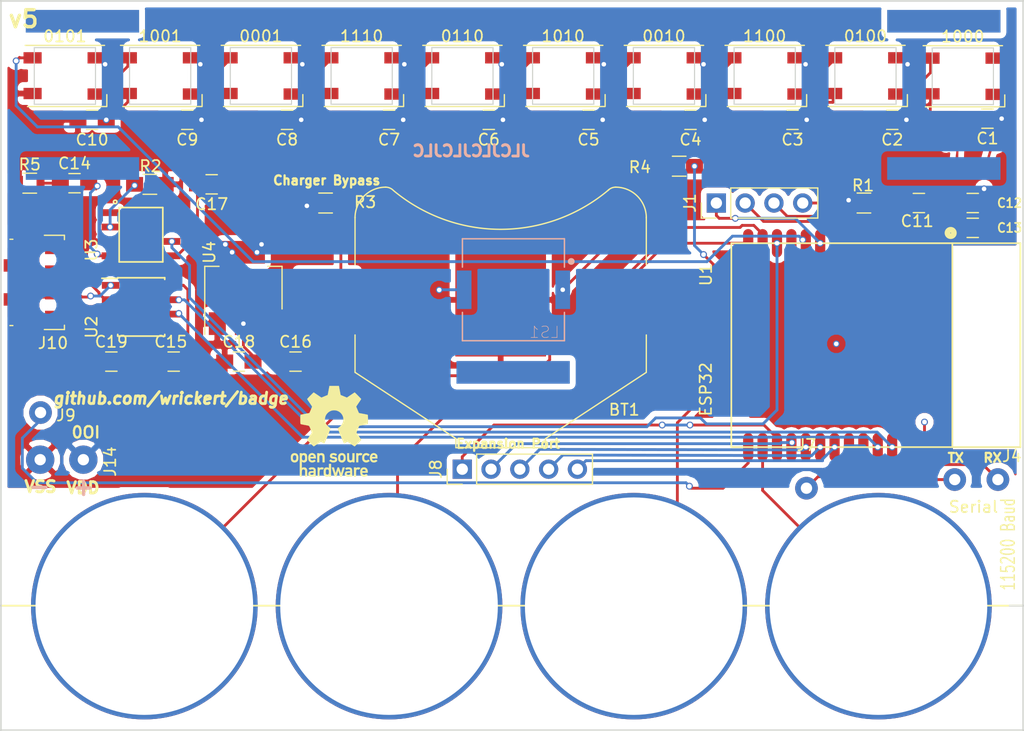
<source format=kicad_pcb>
(kicad_pcb (version 20171130) (host pcbnew 5.1.0)
  (layers (0 F.Cu signal hide) (31 B.Cu signal hide) (34 B.Paste user hide) (35 F.Paste user hide) (36 B.SilkS user hide) (37 F.SilkS user) (38 B.Mask user hide) (39 F.Mask user hide) (44 Edge.Cuts user))
  (net 0 "")
  (net 1 VDD)
  (net 2 VSS)
  (net 3 SPI)
  (net 4 "Net-(LED1-Pad2)")
  (net 5 "Net-(LED2-Pad2)")
  (net 6 "Net-(LED3-Pad2)")
  (net 7 "Net-(LED4-Pad2)")
  (net 8 "Net-(LED5-Pad2)")
  (net 9 "Net-(LED6-Pad2)")
  (net 10 "Net-(LED7-Pad2)")
  (net 11 "Net-(LED8-Pad2)")
  (net 12 "Net-(LED10-Pad4)")
  (net 13 TX)
  (net 14 RX)
  (net 15 IO21)
  (net 16 "Net-(U1-Pad32)")
  (net 17 IO19)
  (net 18 IO18)
  (net 19 IO5)
  (net 20 IO17)
  (net 21 IO16)
  (net 22 P0)
  (net 23 IO0)
  (net 24 P3)
  (net 25 IO13)
  (net 26 P1)
  (net 27 IO27)
  (net 28 IO33)
  (net 29 IO32)
  (net 30 IO35)
  (net 31 IO34)
  (net 32 "Net-(C11-Pad1)")
  (net 33 P2)
  (net 34 VDDA)
  (net 35 VBUS)
  (net 36 "Net-(C15-Pad1)")
  (net 37 "Net-(J10-Pad2)")
  (net 38 "Net-(R2-Pad1)")
  (net 39 "Net-(U1-Pad22)")
  (net 40 "Net-(U1-Pad21)")
  (net 41 "Net-(U1-Pad20)")
  (net 42 "Net-(U1-Pad19)")
  (net 43 "Net-(U1-Pad18)")
  (net 44 "Net-(U1-Pad17)")
  (net 45 "Net-(U1-Pad11)")
  (net 46 "Net-(U1-Pad5)")
  (net 47 "Net-(U1-Pad4)")
  (net 48 "Net-(J10-Pad3)")
  (net 49 "Net-(U2-Pad4)")
  (net 50 "Net-(J10-Pad4)")
  (net 51 "Net-(LS1-Pad1)")
  (net 52 "Net-(U1-Pad37)")
  (net 53 "Net-(U1-Pad36)")
  (net 54 "Net-(U3-Pad7)")
  (net 55 "Net-(C14-Pad1)")
  (module NFCBuisness:W (layer F.Cu) (at 167.07 103.647)
    (fp_text reference Ref** hide)
    (fp_text value Val** hide)
    (fp_poly (pts (xy -1.630587 -2.420899) (xy -1.447524 -2.328559) (xy -1.311592 -2.194757) (xy -1.304211 -2.183555) (xy -1.265704 -2.11344) (xy -1.244213 -2.038839) (xy -1.23774 -1.938094) (xy -1.244287 -1.789546) (xy -1.255088 -1.651) (xy -1.268682 -1.442824) (xy -1.279873 -1.184894) (xy -1.287394 -0.912114) (xy -1.289962 -0.690936) (xy -1.289221 -0.458958) (xy -1.284387 -0.294975) (xy -1.273305 -0.182336) (xy -1.25382 -0.10439) (xy -1.223775 -0.044488) (xy -1.202268 -0.013603) (xy -1.116398 0.071274) (xy -1.002822 0.111004) (xy -0.929984 0.119227) (xy -0.68211 0.100096) (xy -0.454281 0.00289) (xy -0.240656 -0.175182) (xy -0.185776 -0.236175) (xy -0.081108 -0.349759) (xy 0.009066 -0.431822) (xy 0.066141 -0.465547) (xy 0.068112 -0.465666) (xy 0.123755 -0.432548) (xy 0.197182 -0.348904) (xy 0.229505 -0.301607) (xy 0.376869 -0.110873) (xy 0.526913 0.003226) (xy 0.674284 0.03902) (xy 0.813631 -0.005163) (xy 0.907971 -0.089777) (xy 0.988653 -0.198585) (xy 1.058934 -0.326542) (xy 1.126082 -0.490779) (xy 1.197364 -0.708426) (xy 1.255985 -0.910166) (xy 1.31545 -1.12099) (xy 1.377683 -1.340443) (xy 1.431333 -1.528529) (xy 1.442246 -1.566558) (xy 1.521416 -1.84195) (xy 1.949565 -2.005418) (xy 2.167567 -2.084028) (xy 2.315998 -2.126297) (xy 2.401001 -2.133773) (xy 2.422145 -2.124455) (xy 2.452677 -2.065526) (xy 2.41974 -2.005855) (xy 2.317286 -1.940366) (xy 2.13927 -1.863979) (xy 2.089887 -1.8454) (xy 1.930263 -1.78316) (xy 1.799296 -1.726134) (xy 1.71927 -1.684217) (xy 1.708527 -1.676067) (xy 1.680315 -1.619963) (xy 1.636526 -1.498254) (xy 1.582553 -1.327363) (xy 1.52379 -1.123712) (xy 1.507251 -1.063196) (xy 1.396737 -0.68139) (xy 1.290651 -0.376432) (xy 1.184846 -0.140938) (xy 1.075173 0.032475) (xy 0.957485 0.15119) (xy 0.827635 0.222591) (xy 0.776069 0.238398) (xy 0.602379 0.241191) (xy 0.418574 0.174646) (xy 0.246259 0.047924) (xy 0.192569 -0.009056) (xy 0.041511 -0.185533) (xy -0.128458 -0.008645) (xy -0.312966 0.157866) (xy -0.496288 0.260737) (xy -0.709082 0.314778) (xy -0.823587 0.327186) (xy -0.981029 0.333485) (xy -1.090094 0.317957) (xy -1.185756 0.27362) (xy -1.227666 0.246552) (xy -1.355913 0.118677) (xy -1.447302 -0.068507) (xy -1.502345 -0.318683) (xy -1.521551 -0.635539) (xy -1.505431 -1.022758) (xy -1.460818 -1.436924) (xy -1.432055 -1.688127) (xy -1.424811 -1.871541) (xy -1.442863 -2.002167) (xy -1.489991 -2.095003) (xy -1.569973 -2.165049) (xy -1.656298 -2.212878) (xy -1.801342 -2.257899) (xy -1.939703 -2.239415) (xy -2.087459 -2.15265) (xy -2.203421 -2.05035) (xy -2.298884 -1.96489) (xy -2.361491 -1.934189) (xy -2.413708 -1.94891) (xy -2.426473 -1.957639) (xy -2.473927 -2.002339) (xy -2.467648 -2.051331) (xy -2.429475 -2.110518) (xy -2.32004 -2.223928) (xy -2.167499 -2.330713) (xy -2.002595 -2.413218) (xy -1.856072 -2.453788) (xy -1.829026 -2.455333) (xy -1.630587 -2.420899)) (layer F.Cu) (width 0.01))
  )
  (module Badge:WS2812B-Sunken (layer F.Cu) (at 86.97 95.428576)
    (fp_text reference 0101 (at 0 -3.5) (layer F.SilkS))
    (fp_text value WS2812B)
    (fp_line (start -2.7 2.5) (end 2.7 2.5) (layer Edge.Cuts) (width 0.1))
    (fp_line (start 2.7 -2.5) (end -2.7 -2.5) (layer Edge.Cuts) (width 0.1))
    (fp_line (start -2.7 -2.5) (end -2.7 2.5) (layer Edge.Cuts) (width 0.1))
    (fp_line (start 2.7 2.5) (end 2.7 -2.5) (layer Edge.Cuts) (width 0.1))
    (pad 4 smd rect (at 2.8 1.6) (size 1.6 1) (layers F.Cu F.Paste F.Mask) (net 12 "Net-(LED10-Pad4)"))
    (pad 1 smd rect (at 2.8 -1.6) (size 1.6 1) (layers F.Cu F.Paste F.Mask) (net 1 VDD))
    (pad 3 smd rect (at -2.85 1.55) (size 1.6 1) (layers F.Cu F.Paste F.Mask) (net 2 VSS))
    (pad 2 smd rect (at -2.85 -1.6) (size 1.6 1) (layers F.Cu F.Paste F.Mask) (net 3 SPI))
  )
  (module Badge:WS2812B-Sunken (layer F.Cu) (at 104.265 95.425576)
    (fp_text reference 0001 (at 0 -3.5) (layer F.SilkS))
    (fp_text value WS2812B)
    (fp_line (start -2.7 2.5) (end 2.7 2.5) (layer Edge.Cuts) (width 0.1))
    (fp_line (start 2.7 -2.5) (end -2.7 -2.5) (layer Edge.Cuts) (width 0.1))
    (fp_line (start -2.7 -2.5) (end -2.7 2.5) (layer Edge.Cuts) (width 0.1))
    (fp_line (start 2.7 2.5) (end 2.7 -2.5) (layer Edge.Cuts) (width 0.1))
    (pad 4 smd rect (at 2.8 1.6) (size 1.6 1) (layers F.Cu F.Paste F.Mask) (net 10 "Net-(LED7-Pad2)"))
    (pad 1 smd rect (at 2.8 -1.6) (size 1.6 1) (layers F.Cu F.Paste F.Mask) (net 1 VDD))
    (pad 3 smd rect (at -2.85 1.55) (size 1.6 1) (layers F.Cu F.Paste F.Mask) (net 2 VSS))
    (pad 2 smd rect (at -2.85 -1.6) (size 1.6 1) (layers F.Cu F.Paste F.Mask) (net 11 "Net-(LED8-Pad2)"))
  )
  (module Badge:WS2812B-Sunken (layer F.Cu) (at 157.605 95.425576)
    (fp_text reference 0100 (at 0 -3.5) (layer F.SilkS))
    (fp_text value WS2812B)
    (fp_line (start -2.7 2.5) (end 2.7 2.5) (layer Edge.Cuts) (width 0.1))
    (fp_line (start 2.7 -2.5) (end -2.7 -2.5) (layer Edge.Cuts) (width 0.1))
    (fp_line (start -2.7 -2.5) (end -2.7 2.5) (layer Edge.Cuts) (width 0.1))
    (fp_line (start 2.7 2.5) (end 2.7 -2.5) (layer Edge.Cuts) (width 0.1))
    (pad 4 smd rect (at 2.8 1.6) (size 1.6 1) (layers F.Cu F.Paste F.Mask) (net 4 "Net-(LED1-Pad2)"))
    (pad 1 smd rect (at 2.8 -1.6) (size 1.6 1) (layers F.Cu F.Paste F.Mask) (net 1 VDD))
    (pad 3 smd rect (at -2.85 1.55) (size 1.6 1) (layers F.Cu F.Paste F.Mask) (net 2 VSS))
    (pad 2 smd rect (at -2.85 -1.6) (size 1.6 1) (layers F.Cu F.Paste F.Mask) (net 5 "Net-(LED2-Pad2)"))
  )
  (module Badge:WS2812B-Sunken (layer F.Cu) (at 166.195 95.453576)
    (fp_text reference 1000 (at 0 -3.5) (layer F.SilkS))
    (fp_text value WS2812B)
    (fp_line (start -2.7 2.5) (end 2.7 2.5) (layer Edge.Cuts) (width 0.1))
    (fp_line (start 2.7 -2.5) (end -2.7 -2.5) (layer Edge.Cuts) (width 0.1))
    (fp_line (start -2.7 -2.5) (end -2.7 2.5) (layer Edge.Cuts) (width 0.1))
    (fp_line (start 2.7 2.5) (end 2.7 -2.5) (layer Edge.Cuts) (width 0.1))
    (pad 4 smd rect (at 2.8 1.6) (size 1.6 1) (layers F.Cu F.Paste F.Mask))
    (pad 1 smd rect (at 2.8 -1.6) (size 1.6 1) (layers F.Cu F.Paste F.Mask) (net 1 VDD))
    (pad 3 smd rect (at -2.85 1.55) (size 1.6 1) (layers F.Cu F.Paste F.Mask) (net 2 VSS))
    (pad 2 smd rect (at -2.85 -1.6) (size 1.6 1) (layers F.Cu F.Paste F.Mask) (net 4 "Net-(LED1-Pad2)"))
  )
  (module Badge:WS2812B-Sunken (layer F.Cu) (at 148.715 95.425576)
    (fp_text reference 1100 (at 0 -3.5) (layer F.SilkS))
    (fp_text value WS2812B)
    (fp_line (start -2.7 2.5) (end 2.7 2.5) (layer Edge.Cuts) (width 0.1))
    (fp_line (start 2.7 -2.5) (end -2.7 -2.5) (layer Edge.Cuts) (width 0.1))
    (fp_line (start -2.7 -2.5) (end -2.7 2.5) (layer Edge.Cuts) (width 0.1))
    (fp_line (start 2.7 2.5) (end 2.7 -2.5) (layer Edge.Cuts) (width 0.1))
    (pad 4 smd rect (at 2.8 1.6) (size 1.6 1) (layers F.Cu F.Paste F.Mask) (net 5 "Net-(LED2-Pad2)"))
    (pad 1 smd rect (at 2.8 -1.6) (size 1.6 1) (layers F.Cu F.Paste F.Mask) (net 1 VDD))
    (pad 3 smd rect (at -2.85 1.55) (size 1.6 1) (layers F.Cu F.Paste F.Mask) (net 2 VSS))
    (pad 2 smd rect (at -2.85 -1.6) (size 1.6 1) (layers F.Cu F.Paste F.Mask) (net 6 "Net-(LED3-Pad2)"))
  )
  (module Badge:WS2812B-Sunken (layer F.Cu) (at 139.825 95.425576)
    (fp_text reference 0010 (at 0 -3.5) (layer F.SilkS))
    (fp_text value WS2812B)
    (fp_line (start -2.7 2.5) (end 2.7 2.5) (layer Edge.Cuts) (width 0.1))
    (fp_line (start 2.7 -2.5) (end -2.7 -2.5) (layer Edge.Cuts) (width 0.1))
    (fp_line (start -2.7 -2.5) (end -2.7 2.5) (layer Edge.Cuts) (width 0.1))
    (fp_line (start 2.7 2.5) (end 2.7 -2.5) (layer Edge.Cuts) (width 0.1))
    (pad 4 smd rect (at 2.8 1.6) (size 1.6 1) (layers F.Cu F.Paste F.Mask) (net 6 "Net-(LED3-Pad2)"))
    (pad 1 smd rect (at 2.8 -1.6) (size 1.6 1) (layers F.Cu F.Paste F.Mask) (net 1 VDD))
    (pad 3 smd rect (at -2.85 1.55) (size 1.6 1) (layers F.Cu F.Paste F.Mask) (net 2 VSS))
    (pad 2 smd rect (at -2.85 -1.6) (size 1.6 1) (layers F.Cu F.Paste F.Mask) (net 7 "Net-(LED4-Pad2)"))
  )
  (module Badge:WS2812B-Sunken (layer F.Cu) (at 130.935 95.425576)
    (fp_text reference 1010 (at 0 -3.5) (layer F.SilkS))
    (fp_text value WS2812B)
    (fp_line (start -2.7 2.5) (end 2.7 2.5) (layer Edge.Cuts) (width 0.1))
    (fp_line (start 2.7 -2.5) (end -2.7 -2.5) (layer Edge.Cuts) (width 0.1))
    (fp_line (start -2.7 -2.5) (end -2.7 2.5) (layer Edge.Cuts) (width 0.1))
    (fp_line (start 2.7 2.5) (end 2.7 -2.5) (layer Edge.Cuts) (width 0.1))
    (pad 4 smd rect (at 2.8 1.6) (size 1.6 1) (layers F.Cu F.Paste F.Mask) (net 7 "Net-(LED4-Pad2)"))
    (pad 1 smd rect (at 2.8 -1.6) (size 1.6 1) (layers F.Cu F.Paste F.Mask) (net 1 VDD))
    (pad 3 smd rect (at -2.85 1.55) (size 1.6 1) (layers F.Cu F.Paste F.Mask) (net 2 VSS))
    (pad 2 smd rect (at -2.85 -1.6) (size 1.6 1) (layers F.Cu F.Paste F.Mask) (net 8 "Net-(LED5-Pad2)"))
  )
  (module Badge:WS2812B-Sunken (layer F.Cu) (at 122.045 95.425576)
    (fp_text reference 0110 (at 0 -3.5) (layer F.SilkS))
    (fp_text value WS2812B)
    (fp_line (start -2.7 2.5) (end 2.7 2.5) (layer Edge.Cuts) (width 0.1))
    (fp_line (start 2.7 -2.5) (end -2.7 -2.5) (layer Edge.Cuts) (width 0.1))
    (fp_line (start -2.7 -2.5) (end -2.7 2.5) (layer Edge.Cuts) (width 0.1))
    (fp_line (start 2.7 2.5) (end 2.7 -2.5) (layer Edge.Cuts) (width 0.1))
    (pad 4 smd rect (at 2.8 1.6) (size 1.6 1) (layers F.Cu F.Paste F.Mask) (net 8 "Net-(LED5-Pad2)"))
    (pad 1 smd rect (at 2.8 -1.6) (size 1.6 1) (layers F.Cu F.Paste F.Mask) (net 1 VDD))
    (pad 3 smd rect (at -2.85 1.55) (size 1.6 1) (layers F.Cu F.Paste F.Mask) (net 2 VSS))
    (pad 2 smd rect (at -2.85 -1.6) (size 1.6 1) (layers F.Cu F.Paste F.Mask) (net 9 "Net-(LED6-Pad2)"))
  )
  (module Badge:WS2812B-Sunken (layer F.Cu) (at 113.155 95.425576)
    (fp_text reference 1110 (at 0 -3.5) (layer F.SilkS))
    (fp_text value WS2812B)
    (fp_line (start -2.7 2.5) (end 2.7 2.5) (layer Edge.Cuts) (width 0.1))
    (fp_line (start 2.7 -2.5) (end -2.7 -2.5) (layer Edge.Cuts) (width 0.1))
    (fp_line (start -2.7 -2.5) (end -2.7 2.5) (layer Edge.Cuts) (width 0.1))
    (fp_line (start 2.7 2.5) (end 2.7 -2.5) (layer Edge.Cuts) (width 0.1))
    (pad 4 smd rect (at 2.8 1.6) (size 1.6 1) (layers F.Cu F.Paste F.Mask) (net 9 "Net-(LED6-Pad2)"))
    (pad 1 smd rect (at 2.8 -1.6) (size 1.6 1) (layers F.Cu F.Paste F.Mask) (net 1 VDD))
    (pad 3 smd rect (at -2.85 1.55) (size 1.6 1) (layers F.Cu F.Paste F.Mask) (net 2 VSS))
    (pad 2 smd rect (at -2.85 -1.6) (size 1.6 1) (layers F.Cu F.Paste F.Mask) (net 10 "Net-(LED7-Pad2)"))
  )
  (module Badge:WS2812B-Sunken (layer F.Cu) (at 95.375 95.425576)
    (fp_text reference 1001 (at 0 -3.5) (layer F.SilkS))
    (fp_text value WS2812B)
    (fp_line (start -2.7 2.5) (end 2.7 2.5) (layer Edge.Cuts) (width 0.1))
    (fp_line (start 2.7 -2.5) (end -2.7 -2.5) (layer Edge.Cuts) (width 0.1))
    (fp_line (start -2.7 -2.5) (end -2.7 2.5) (layer Edge.Cuts) (width 0.1))
    (fp_line (start 2.7 2.5) (end 2.7 -2.5) (layer Edge.Cuts) (width 0.1))
    (pad 4 smd rect (at 2.8 1.6) (size 1.6 1) (layers F.Cu F.Paste F.Mask) (net 11 "Net-(LED8-Pad2)"))
    (pad 1 smd rect (at 2.8 -1.6) (size 1.6 1) (layers F.Cu F.Paste F.Mask) (net 1 VDD))
    (pad 3 smd rect (at -2.85 1.55) (size 1.6 1) (layers F.Cu F.Paste F.Mask) (net 2 VSS))
    (pad 2 smd rect (at -2.85 -1.6) (size 1.6 1) (layers F.Cu F.Paste F.Mask) (net 12 "Net-(LED10-Pad4)"))
  )
  (module Housings_SOIC:SOIC-8_3.9x4.9mm_Pitch1.27mm (layer F.Cu) (at 93.706 115.82)
    (fp_text reference U2 (at -4.386 1.777 90) (layer F.SilkS))
    (fp_text value otter_CH330)
    (pad 8 smd rect (at 2.7 -1.905) (size 1.55 0.6) (layers F.Cu F.Paste F.Mask) (net 36 "Net-(C15-Pad1)"))
    (pad 7 smd rect (at 2.7 -0.635) (size 1.55 0.6) (layers F.Cu F.Paste F.Mask) (net 14 RX))
    (pad 6 smd rect (at 2.7 0.635) (size 1.55 0.6) (layers F.Cu F.Paste F.Mask) (net 13 TX))
    (pad 5 smd rect (at 2.7 1.905) (size 1.55 0.6) (layers F.Cu F.Paste F.Mask) (net 35 VBUS))
    (pad 4 smd rect (at -2.7 1.905) (size 1.55 0.6) (layers F.Cu F.Paste F.Mask) (net 49 "Net-(U2-Pad4)"))
    (pad 3 smd rect (at -2.7 0.635) (size 1.55 0.6) (layers F.Cu F.Paste F.Mask) (net 2 VSS))
    (pad 2 smd rect (at -2.7 -0.635) (size 1.55 0.6) (layers F.Cu F.Paste F.Mask) (net 37 "Net-(J10-Pad2)"))
    (pad 1 smd rect (at -2.7 -1.905) (size 1.55 0.6) (layers F.Cu F.Paste F.Mask) (net 48 "Net-(J10-Pad3)"))
  )
  (module ESP32-footprints-Lib:ESP32-WROOM (layer F.Cu) (at 158.52 119.197 90)
    (fp_text reference U1 (at 6.223 -14.986 90) (layer F.SilkS))
    (fp_text value ESP32-WROOM)
    (fp_text user ESP32 (at -3.9 -15 270) (layer F.SilkS))
    (pad 38 smd oval (at -9 5.25 90) (size 2.5 0.9) (layers F.Cu F.Paste F.Mask) (net 2 VSS))
    (pad 37 smd oval (at -9 3.98 90) (size 2.5 0.9) (layers F.Cu F.Paste F.Mask) (net 52 "Net-(U1-Pad37)"))
    (pad 36 smd oval (at -9 2.71 90) (size 2.5 0.9) (layers F.Cu F.Paste F.Mask) (net 53 "Net-(U1-Pad36)"))
    (pad 35 smd oval (at -9 1.44 90) (size 2.5 0.9) (layers F.Cu F.Paste F.Mask) (net 14 RX))
    (pad 34 smd oval (at -9 0.17 90) (size 2.5 0.9) (layers F.Cu F.Paste F.Mask) (net 13 TX))
    (pad 33 smd oval (at -9 -1.1 90) (size 2.5 0.9) (layers F.Cu F.Paste F.Mask) (net 15 IO21))
    (pad 32 smd oval (at -9 -2.37 90) (size 2.5 0.9) (layers F.Cu F.Paste F.Mask) (net 16 "Net-(U1-Pad32)"))
    (pad 31 smd oval (at -9 -3.64 90) (size 2.5 0.9) (layers F.Cu F.Paste F.Mask) (net 17 IO19))
    (pad 30 smd oval (at -9 -4.91 90) (size 2.5 0.9) (layers F.Cu F.Paste F.Mask) (net 18 IO18))
    (pad 29 smd oval (at -9 -6.18 90) (size 2.5 0.9) (layers F.Cu F.Paste F.Mask) (net 19 IO5))
    (pad 28 smd oval (at -9 -7.45 90) (size 2.5 0.9) (layers F.Cu F.Paste F.Mask) (net 20 IO17))
    (pad 27 smd oval (at -9 -8.72 90) (size 2.5 0.9) (layers F.Cu F.Paste F.Mask) (net 21 IO16))
    (pad 26 smd oval (at -9 -9.99 90) (size 2.5 0.9) (layers F.Cu F.Paste F.Mask) (net 22 P0))
    (pad 25 smd oval (at -9 -11.26 90) (size 2.5 0.9) (layers F.Cu F.Paste F.Mask) (net 23 IO0))
    (pad 24 smd oval (at -5.715 -12.75 90) (size 0.9 2.5) (layers F.Cu F.Paste F.Mask) (net 2 VSS))
    (pad 23 smd oval (at -4.445 -12.75 90) (size 0.9 2.5) (layers F.Cu F.Paste F.Mask) (net 26 P1))
    (pad 22 smd oval (at -3.175 -12.75 90) (size 0.9 2.5) (layers F.Cu F.Paste F.Mask) (net 39 "Net-(U1-Pad22)"))
    (pad 21 smd oval (at -1.905 -12.75 90) (size 0.9 2.5) (layers F.Cu F.Paste F.Mask) (net 40 "Net-(U1-Pad21)"))
    (pad 20 smd oval (at -0.635 -12.75 90) (size 0.9 2.5) (layers F.Cu F.Paste F.Mask) (net 41 "Net-(U1-Pad20)"))
    (pad 19 smd oval (at 0.635 -12.75 90) (size 0.9 2.5) (layers F.Cu F.Paste F.Mask) (net 42 "Net-(U1-Pad19)"))
    (pad 18 smd oval (at 1.905 -12.75 90) (size 0.9 2.5) (layers F.Cu F.Paste F.Mask) (net 43 "Net-(U1-Pad18)"))
    (pad 17 smd oval (at 3.175 -12.75 90) (size 0.9 2.5) (layers F.Cu F.Paste F.Mask) (net 44 "Net-(U1-Pad17)"))
    (pad 16 smd oval (at 4.445 -12.75 90) (size 0.9 2.5) (layers F.Cu F.Paste F.Mask) (net 25 IO13))
    (pad 15 smd oval (at 5.715 -12.75 90) (size 0.9 2.5) (layers F.Cu F.Paste F.Mask) (net 2 VSS))
    (pad 14 smd oval (at 9 -11.26 90) (size 2.5 0.9) (layers F.Cu F.Paste F.Mask) (net 33 P2))
    (pad 13 smd oval (at 9 -9.99 90) (size 2.5 0.9) (layers F.Cu F.Paste F.Mask) (net 24 P3))
    (pad 12 smd oval (at 9 -8.72 90) (size 2.5 0.9) (layers F.Cu F.Paste F.Mask) (net 27 IO27))
    (pad 11 smd oval (at 9 -7.45 90) (size 2.5 0.9) (layers F.Cu F.Paste F.Mask) (net 45 "Net-(U1-Pad11)"))
    (pad 10 smd oval (at 9 -6.18 90) (size 2.5 0.9) (layers F.Cu F.Paste F.Mask) (net 3 SPI))
    (pad 9 smd oval (at 9 -4.91 90) (size 2.5 0.9) (layers F.Cu F.Paste F.Mask) (net 28 IO33))
    (pad 8 smd oval (at 9 -3.64 90) (size 2.5 0.9) (layers F.Cu F.Paste F.Mask) (net 29 IO32))
    (pad 7 smd oval (at 9 -2.37 90) (size 2.5 0.9) (layers F.Cu F.Paste F.Mask) (net 30 IO35))
    (pad 6 smd oval (at 9 -1.1 90) (size 2.5 0.9) (layers F.Cu F.Paste F.Mask) (net 31 IO34))
    (pad 5 smd oval (at 9 0.17 90) (size 2.5 0.9) (layers F.Cu F.Paste F.Mask) (net 46 "Net-(U1-Pad5)"))
    (pad 4 smd oval (at 9 1.44 90) (size 2.5 0.9) (layers F.Cu F.Paste F.Mask) (net 47 "Net-(U1-Pad4)"))
    (pad 3 smd oval (at 9 2.71 90) (size 2.5 0.9) (layers F.Cu F.Paste F.Mask) (net 32 "Net-(C11-Pad1)"))
    (pad 2 smd oval (at 9 3.98 90) (size 2.5 0.9) (layers F.Cu F.Paste F.Mask) (net 1 VDD))
    (pad 1 smd oval (at 9 5.25 90) (size 2.5 0.9) (layers F.Cu F.Paste F.Mask) (net 2 VSS))
    (pad 39 smd rect (at 0.3 -2.45 90) (size 6 6) (layers F.Cu F.Paste F.Mask) (net 2 VSS))
  )
  (module Capacitors_SMD:C_0805_HandSoldering (layer F.Cu) (at 168.37 99.197 180)
    (fp_text reference C1 (at 0 -1.75 180) (layer F.SilkS))
    (fp_text value 0.1uF)
    (pad 1 smd rect (at -1.25 0 180) (size 1.5 1.25) (layers F.Cu F.Paste F.Mask) (net 1 VDD))
    (pad 2 smd rect (at 1.25 0 180) (size 1.5 1.25) (layers F.Cu F.Paste F.Mask) (net 2 VSS))
  )
  (module Capacitors_SMD:C_0805_HandSoldering (layer F.Cu) (at 159.97 99.301 180)
    (fp_text reference C2 (at 0 -1.75 180) (layer F.SilkS))
    (fp_text value 0.1uF)
    (pad 1 smd rect (at -1.25 0 180) (size 1.5 1.25) (layers F.Cu F.Paste F.Mask) (net 1 VDD))
    (pad 2 smd rect (at 1.25 0 180) (size 1.5 1.25) (layers F.Cu F.Paste F.Mask) (net 2 VSS))
  )
  (module Capacitors_SMD:C_0805_HandSoldering (layer F.Cu) (at 151.17 99.301 180)
    (fp_text reference C3 (at 0 -1.75 180) (layer F.SilkS))
    (fp_text value 0.1uF)
    (pad 1 smd rect (at -1.25 0 180) (size 1.5 1.25) (layers F.Cu F.Paste F.Mask) (net 1 VDD))
    (pad 2 smd rect (at 1.25 0 180) (size 1.5 1.25) (layers F.Cu F.Paste F.Mask) (net 2 VSS))
  )
  (module Capacitors_SMD:C_0805_HandSoldering (layer F.Cu) (at 142.17 99.301 180)
    (fp_text reference C4 (at 0 -1.75 180) (layer F.SilkS))
    (fp_text value 0.1uF)
    (pad 1 smd rect (at -1.25 0 180) (size 1.5 1.25) (layers F.Cu F.Paste F.Mask) (net 1 VDD))
    (pad 2 smd rect (at 1.25 0 180) (size 1.5 1.25) (layers F.Cu F.Paste F.Mask) (net 2 VSS))
  )
  (module Capacitors_SMD:C_0805_HandSoldering (layer F.Cu) (at 133.17 99.301 180)
    (fp_text reference C5 (at 0 -1.75 180) (layer F.SilkS))
    (fp_text value 0.1uF)
    (pad 1 smd rect (at -1.25 0 180) (size 1.5 1.25) (layers F.Cu F.Paste F.Mask) (net 1 VDD))
    (pad 2 smd rect (at 1.25 0 180) (size 1.5 1.25) (layers F.Cu F.Paste F.Mask) (net 2 VSS))
  )
  (module Capacitors_SMD:C_0805_HandSoldering (layer F.Cu) (at 124.37 99.301 180)
    (fp_text reference C6 (at 0 -1.75 180) (layer F.SilkS))
    (fp_text value 0.1uF)
    (pad 1 smd rect (at -1.25 0 180) (size 1.5 1.25) (layers F.Cu F.Paste F.Mask) (net 1 VDD))
    (pad 2 smd rect (at 1.25 0 180) (size 1.5 1.25) (layers F.Cu F.Paste F.Mask) (net 2 VSS))
  )
  (module Capacitors_SMD:C_0805_HandSoldering (layer F.Cu) (at 115.57 99.301 180)
    (fp_text reference C7 (at 0 -1.75 180) (layer F.SilkS))
    (fp_text value 0.1uF)
    (pad 1 smd rect (at -1.25 0 180) (size 1.5 1.25) (layers F.Cu F.Paste F.Mask) (net 1 VDD))
    (pad 2 smd rect (at 1.25 0 180) (size 1.5 1.25) (layers F.Cu F.Paste F.Mask) (net 2 VSS))
  )
  (module Capacitors_SMD:C_0805_HandSoldering (layer F.Cu) (at 106.57 99.301 180)
    (fp_text reference C8 (at 0 -1.75 180) (layer F.SilkS))
    (fp_text value 0.1uF)
    (pad 1 smd rect (at -1.25 0 180) (size 1.5 1.25) (layers F.Cu F.Paste F.Mask) (net 1 VDD))
    (pad 2 smd rect (at 1.25 0 180) (size 1.5 1.25) (layers F.Cu F.Paste F.Mask) (net 2 VSS))
  )
  (module Capacitors_SMD:C_0805_HandSoldering (layer F.Cu) (at 97.77 99.301 180)
    (fp_text reference C9 (at 0 -1.75 180) (layer F.SilkS))
    (fp_text value 0.1uF)
    (pad 1 smd rect (at -1.25 0 180) (size 1.5 1.25) (layers F.Cu F.Paste F.Mask) (net 1 VDD))
    (pad 2 smd rect (at 1.25 0 180) (size 1.5 1.25) (layers F.Cu F.Paste F.Mask) (net 2 VSS))
  )
  (module Capacitors_SMD:C_0805_HandSoldering (layer F.Cu) (at 89.37 99.301 180)
    (fp_text reference C10 (at 0 -1.75 180) (layer F.SilkS))
    (fp_text value 0.1uF)
    (pad 1 smd rect (at -1.25 0 180) (size 1.5 1.25) (layers F.Cu F.Paste F.Mask) (net 1 VDD))
    (pad 2 smd rect (at 1.25 0 180) (size 1.5 1.25) (layers F.Cu F.Paste F.Mask) (net 2 VSS))
  )
  (module Capacitors_SMD:C_0805_HandSoldering (layer F.Cu) (at 162.32 106.647)
    (fp_text reference C11 (at -0.15 1.6) (layer F.SilkS))
    (fp_text value 0.1uF)
    (pad 1 smd rect (at -1.25 0) (size 1.5 1.25) (layers F.Cu F.Paste F.Mask) (net 32 "Net-(C11-Pad1)"))
    (pad 2 smd rect (at 1.25 0) (size 1.5 1.25) (layers F.Cu F.Paste F.Mask) (net 2 VSS))
  )
  (module Capacitors_SMD:C_0805_HandSoldering (layer F.Cu) (at 167.07 106.647)
    (fp_text reference C12 (at 3.25 0) (layer F.SilkS) (effects (font (size 0.8 0.75))))
    (fp_text value 0.1uF)
    (pad 1 smd rect (at -1.25 0) (size 1.5 1.25) (layers F.Cu F.Paste F.Mask) (net 2 VSS))
    (pad 2 smd rect (at 1.25 0) (size 1.5 1.25) (layers F.Cu F.Paste F.Mask) (net 1 VDD))
  )
  (module Capacitors_SMD:C_0805_HandSoldering (layer F.Cu) (at 167.07 108.839)
    (fp_text reference C13 (at 3.25 0.004) (layer F.SilkS) (effects (font (size 0.8 0.75))))
    (fp_text value 10uF)
    (pad 1 smd rect (at -1.25 0) (size 1.5 1.25) (layers F.Cu F.Paste F.Mask) (net 2 VSS))
    (pad 2 smd rect (at 1.25 0) (size 1.5 1.25) (layers F.Cu F.Paste F.Mask) (net 1 VDD))
  )
  (module Resistors_SMD:R_0805_HandSoldering (layer F.Cu) (at 157.47 106.647)
    (fp_text reference R1 (at -0.0762 -1.5494) (layer F.SilkS))
    (fp_text value 10k)
    (pad 1 smd rect (at -1.35 0) (size 1.5 1.3) (layers F.Cu F.Paste F.Mask) (net 1 VDD))
    (pad 2 smd rect (at 1.35 0) (size 1.5 1.3) (layers F.Cu F.Paste F.Mask) (net 32 "Net-(C11-Pad1)"))
  )
  (module Wire_Pads:Penny (layer F.Cu) (at 93.98 142.24)
    (fp_text reference J5 (at -6.06 5.757) (layer F.SilkS))
    (fp_text value Penny3)
    (pad 1 thru_hole circle (at 0 0) (size 20 20) (drill 19.2) (layers *.Mask F.Cu) (net 24 P3))
  )
  (module Wire_Pads:Penny (layer F.Cu) (at 115.57 142.24)
    (fp_text reference J11 (at -5.25 5.757) (layer F.SilkS))
    (fp_text value Penny2)
    (pad 1 thru_hole circle (at 0 0) (size 20 20) (drill 19.2) (layers *.Mask F.Cu) (net 33 P2))
  )
  (module Wire_Pads:Penny (layer F.Cu) (at 137.16 142.24)
    (fp_text reference J12 (at -4.84 6.557) (layer F.SilkS))
    (fp_text value Penny1)
    (pad 1 thru_hole circle (at 0 0) (size 20 20) (drill 19.2) (layers *.Mask F.Cu) (net 26 P1))
  )
  (module Wire_Pads:Penny (layer F.Cu) (at 158.75 142.24)
    (fp_text reference J13 (at -5.23 5.757) (layer F.SilkS))
    (fp_text value Penny0)
    (pad 1 thru_hole circle (at 0 0) (size 20 20) (drill 19.2) (layers *.Mask F.Cu) (net 22 P0))
  )
  (module Wire_Pads:SolderWirePad_2x_1mmDrill (layer F.Cu) (at 167.386 131.064)
    (fp_text reference J4 (at 3.134 -2.067) (layer F.SilkS))
    (fp_text value Serial (at -0.254 2.413) (layer F.SilkS))
    (pad 1 thru_hole circle (at -1.905 0) (size 2 2) (drill 1.00076) (layers *.Cu *.Mask) (net 13 TX))
    (pad 1 thru_hole circle (at 1.905 0) (size 2 2) (drill 1.00076) (layers *.Cu *.Mask) (net 14 RX))
  )
  (module Wire_Pads:SolderWirePad_single_1mmDrill (layer F.Cu) (at 152.4 131.826)
    (fp_text reference J7 (at 0 -3.81) (layer F.SilkS))
    (fp_text value Right2)
    (pad 1 thru_hole circle (at 0 0) (size 2 2) (drill 1.00076) (layers *.Cu *.Mask) (net 15 IO21))
  )
  (module Wire_Pads:SolderWirePad_single_1mmDrill (layer F.Cu) (at 84.82 125.147)
    (fp_text reference J9 (at 2.25 0.25) (layer F.SilkS))
    (fp_text value Right4)
    (pad 1 thru_hole circle (at 0 0) (size 2 2) (drill 1.00076) (layers *.Cu *.Mask) (net 23 IO0))
  )
  (module Wire_Pads:SolderWirePad_2x_1mmDrill (layer F.Cu) (at 86.695 129.307 180)
    (fp_text reference J14 (at -4.2668 -0.1688 270) (layer F.SilkS))
    (fp_text value Power)
    (pad 1 thru_hole circle (at -1.905 0 180) (size 2.49936 2.49936) (drill 1.00076) (layers *.Cu *.Mask) (net 1 VDD))
    (pad 1 thru_hole circle (at 1.905 0 180) (size 2.49936 2.49936) (drill 1.00076) (layers *.Cu *.Mask) (net 2 VSS))
  )
  (module PKMCS0909E4000-R1:XDCR_PKMCS0909E4000-R1 (layer B.Cu) (at 126.545 114.305 180)
    (fp_text reference LS1 (at -2.725 -3.75 180) (layer B.SilkS) (effects (font (size 1.00189 1.00189) (thickness 0.05)) (justify mirror)))
    (fp_text value PKMCS0909E4000-R1)
    (pad 1 smd rect (at -4.35 0 180) (size 1.3 3.4) (layers B.Cu B.Paste B.Mask) (net 51 "Net-(LS1-Pad1)"))
    (pad 2 smd rect (at 4.35 0 180) (size 1.3 3.4) (layers B.Cu B.Paste B.Mask) (net 2 VSS))
  )
  (module Symbols:OSHW-Logo_7.5x8mm_SilkScreen (layer F.Cu) (at 110.72 126.797)
    (fp_text reference REF*** hide)
    (fp_text value OSHW-Logo_7.5x8mm_SilkScreen hide)
  )
  (module Capacitors_SMD:C_0805_HandSoldering (layer F.Cu) (at 87.82 104.897)
    (fp_text reference C14 (at 0 -1.75) (layer F.SilkS))
    (fp_text value 10uF)
    (pad 1 smd rect (at -1.25 0) (size 1.5 1.25) (layers F.Cu F.Paste F.Mask) (net 55 "Net-(C14-Pad1)"))
    (pad 2 smd rect (at 1.25 0) (size 1.5 1.25) (layers F.Cu F.Paste F.Mask) (net 35 VBUS))
  )
  (module Capacitors_SMD:C_0805_HandSoldering (layer F.Cu) (at 96.57 120.647 180)
    (fp_text reference C15 (at 0.25 1.75 180) (layer F.SilkS))
    (fp_text value 0.1uF)
    (pad 2 smd rect (at 1.25 0 180) (size 1.5 1.25) (layers F.Cu F.Paste F.Mask) (net 2 VSS))
    (pad 1 smd rect (at -1.25 0 180) (size 1.5 1.25) (layers F.Cu F.Paste F.Mask) (net 36 "Net-(C15-Pad1)"))
  )
  (module Capacitors_SMD:C_0805_HandSoldering (layer F.Cu) (at 107.32 120.647)
    (fp_text reference C16 (at 0 -1.75) (layer F.SilkS))
    (fp_text value 1uF)
    (pad 2 smd rect (at 1.25 0) (size 1.5 1.25) (layers F.Cu F.Paste F.Mask) (net 2 VSS))
    (pad 1 smd rect (at -1.25 0) (size 1.5 1.25) (layers F.Cu F.Paste F.Mask) (net 34 VDDA))
  )
  (module Capacitors_SMD:C_0805_HandSoldering (layer F.Cu) (at 99.92 104.997 180)
    (fp_text reference C17 (at 0 -1.75 180) (layer F.SilkS))
    (fp_text value 10uF)
    (pad 2 smd rect (at 1.25 0 180) (size 1.5 1.25) (layers F.Cu F.Paste F.Mask) (net 34 VDDA))
    (pad 1 smd rect (at -1.25 0 180) (size 1.5 1.25) (layers F.Cu F.Paste F.Mask) (net 2 VSS))
  )
  (module Capacitors_SMD:C_0805_HandSoldering (layer F.Cu) (at 102.32 120.647 180)
    (fp_text reference C18 (at 0 1.75 180) (layer F.SilkS))
    (fp_text value 1uF)
    (pad 1 smd rect (at -1.25 0 180) (size 1.5 1.25) (layers F.Cu F.Paste F.Mask) (net 1 VDD))
    (pad 2 smd rect (at 1.25 0 180) (size 1.5 1.25) (layers F.Cu F.Paste F.Mask) (net 2 VSS))
  )
  (module Capacitors_SMD:C_0805_HandSoldering (layer F.Cu) (at 91.07 120.647)
    (fp_text reference C19 (at 0 -1.75) (layer F.SilkS))
    (fp_text value 0.1uF)
    (pad 1 smd rect (at -1.25 0) (size 1.5 1.25) (layers F.Cu F.Paste F.Mask) (net 2 VSS))
    (pad 2 smd rect (at 1.25 0) (size 1.5 1.25) (layers F.Cu F.Paste F.Mask) (net 35 VBUS))
  )
  (module Pin_Headers:Pin_Header_Straight_1x05_Pitch2.54mm (layer F.Cu) (at 122.03 130.147 90)
    (fp_text reference J8 (at 0 -2.33 90) (layer F.SilkS))
    (fp_text value Right3)
    (pad 1 thru_hole rect (at 0 0 90) (size 1.7 1.7) (drill 1) (layers *.Cu *.Mask) (net 21 IO16))
    (pad 2 thru_hole oval (at 0 2.54 90) (size 1.7 1.7) (drill 1) (layers *.Cu *.Mask) (net 20 IO17))
    (pad 3 thru_hole oval (at 0 5.08 90) (size 1.7 1.7) (drill 1) (layers *.Cu *.Mask) (net 19 IO5))
    (pad 4 thru_hole oval (at 0 7.62 90) (size 1.7 1.7) (drill 1) (layers *.Cu *.Mask) (net 18 IO18))
    (pad 5 thru_hole oval (at 0 10.16 90) (size 1.7 1.7) (drill 1) (layers *.Cu *.Mask) (net 17 IO19))
  )
  (module Resistors_SMD:R_0805_HandSoldering (layer F.Cu) (at 94.47 104.997)
    (fp_text reference R2 (at 0.05 -1.6) (layer F.SilkS))
    (fp_text value 1k)
    (pad 1 smd rect (at -1.35 0) (size 1.5 1.3) (layers F.Cu F.Paste F.Mask) (net 38 "Net-(R2-Pad1)"))
    (pad 2 smd rect (at 1.35 0) (size 1.5 1.3) (layers F.Cu F.Paste F.Mask) (net 2 VSS))
  )
  (module TO_SOT_Packages_SMD:SOT-223-3_TabPin2 (layer F.Cu) (at 102.72 114.147 90)
    (fp_text reference U4 (at 3.15 -3 90) (layer F.SilkS))
    (fp_text value TLV1117-33)
    (pad 2 smd rect (at 3.15 0 90) (size 2 3.8) (layers F.Cu F.Paste F.Mask) (net 1 VDD))
    (pad 2 smd rect (at -3.15 0 90) (size 2 1.5) (layers F.Cu F.Paste F.Mask) (net 1 VDD))
    (pad 3 smd rect (at -3.15 2.3 90) (size 2 1.5) (layers F.Cu F.Paste F.Mask) (net 34 VDDA))
    (pad 1 smd rect (at -3.15 -2.3 90) (size 2 1.5) (layers F.Cu F.Paste F.Mask) (net 2 VSS))
  )
  (module Resistors_SMD:R_0805_HandSoldering (layer F.Cu) (at 109.97 106.647)
    (fp_text reference R3 (at 3.49 -0.076) (layer F.SilkS))
    (fp_text value 0ohm)
    (pad 1 smd rect (at -1.35 0) (size 1.5 1.3) (layers F.Cu F.Paste F.Mask) (net 1 VDD))
    (pad 2 smd rect (at 1.35 0) (size 1.5 1.3) (layers F.Cu F.Paste F.Mask) (net 34 VDDA))
  )
  (module Resistors_SMD:R_0805_HandSoldering (layer F.Cu) (at 141.17 103.397 180)
    (fp_text reference R4 (at 3.47 -0.09 180) (layer F.SilkS))
    (fp_text value 22ohm)
    (pad 1 smd rect (at -1.35 0 180) (size 1.5 1.3) (layers F.Cu F.Paste F.Mask) (net 25 IO13))
    (pad 2 smd rect (at 1.35 0 180) (size 1.5 1.3) (layers F.Cu F.Paste F.Mask) (net 51 "Net-(LS1-Pad1)"))
  )
  (module Pin_Headers:Pin_Header_Straight_1x04_Pitch2.54mm (layer F.Cu) (at 144.45 106.647 90)
    (fp_text reference J1 (at 0 -2.33 90) (layer F.SilkS))
    (fp_text value Left2)
    (pad 1 thru_hole rect (at 0 0 90) (size 1.7 1.7) (drill 1) (layers *.Cu *.Mask) (net 28 IO33))
    (pad 2 thru_hole oval (at 0 2.54 90) (size 1.7 1.7) (drill 1) (layers *.Cu *.Mask) (net 29 IO32))
    (pad 3 thru_hole oval (at 0 5.08 90) (size 1.7 1.7) (drill 1) (layers *.Cu *.Mask) (net 30 IO35))
    (pad 4 thru_hole oval (at 0 7.62 90) (size 1.7 1.7) (drill 1) (layers *.Cu *.Mask) (net 31 IO34))
  )
  (module Badge:Binder (layer B.Cu) (at 126.52 103.597 180)
    (fp_text reference REF**)
    (fp_text value Binder)
    (pad 5 smd rect (at 0 -18 180) (size 10 2) (layers B.Cu B.Paste B.Mask))
    (pad 4 smd rect (at -38 0 180) (size 10 2) (layers B.Cu B.Paste B.Mask))
    (pad 3 smd rect (at 38 0 180) (size 10 2) (layers B.Cu B.Paste B.Mask))
    (pad 2 smd rect (at 38 13 180) (size 10 2) (layers B.Cu B.Paste B.Mask))
    (pad 1 smd rect (at -38 13 180) (size 10 2) (layers B.Cu B.Paste B.Mask))
  )
  (module Badge:HX4056 (layer F.Cu) (at 93.66 109.447)
    (fp_text reference U3 (at -4.34 1.35 90) (layer F.SilkS))
    (fp_text value HX4056)
    (pad 1 smd rect (at -2.7 -1.95) (size 1.5 0.6) (layers F.Cu F.Paste F.Mask))
    (pad 2 smd rect (at -2.7 -0.68) (size 1.5 0.6) (layers F.Cu F.Paste F.Mask) (net 38 "Net-(R2-Pad1)"))
    (pad 3 smd rect (at -2.7 0.59) (size 1.5 0.6) (layers F.Cu F.Paste F.Mask) (net 2 VSS))
    (pad 4 smd rect (at -2.7 1.86) (size 1.5 0.6) (layers F.Cu F.Paste F.Mask) (net 35 VBUS))
    (pad 6 smd rect (at 2.75 0.59) (size 1.5 0.6) (layers F.Cu F.Paste F.Mask) (net 27 IO27))
    (pad 5 smd rect (at 2.75 1.86) (size 1.5 0.6) (layers F.Cu F.Paste F.Mask) (net 34 VDDA))
    (pad 8 smd rect (at 2.75 -1.95) (size 1.5 0.6) (layers F.Cu F.Paste F.Mask))
    (pad 7 smd rect (at 2.75 -0.68) (size 1.5 0.6) (layers F.Cu F.Paste F.Mask) (net 54 "Net-(U3-Pad7)"))
    (pad 9 smd rect (at 0.05 0) (size 2.2 2.2) (layers F.Cu F.Paste F.Mask) (net 2 VSS))
  )
  (module Connectors_USB:USB_Micro-B_Jing (layer F.Cu) (at 84.02 113.657 270)
    (fp_text reference J10 (at 5.35 -1.9 180) (layer F.SilkS))
    (fp_text value USB_B_Micro)
    (pad 6 smd rect (at -3.25 -1.9 270) (size 1.5 1.4) (layers F.Cu F.Paste F.Mask) (net 2 VSS))
    (pad 6 smd rect (at 3.25 -1.9 270) (size 1.5 1.4) (layers F.Cu F.Paste F.Mask) (net 2 VSS))
    (pad 3 smd rect (at 0 -2.1 270) (size 0.4 1.8) (layers F.Cu F.Paste F.Mask) (net 48 "Net-(J10-Pad3)"))
    (pad 2 smd rect (at -0.65 -2.1 270) (size 0.4 1.8) (layers F.Cu F.Paste F.Mask) (net 37 "Net-(J10-Pad2)"))
    (pad 4 smd rect (at 0.65 -2.1 270) (size 0.4 1.8) (layers F.Cu F.Paste F.Mask) (net 50 "Net-(J10-Pad4)"))
    (pad 1 smd rect (at -1.3 -2.1 270) (size 0.4 1.8) (layers F.Cu F.Paste F.Mask) (net 35 VBUS))
    (pad 5 smd rect (at 1.3 -2.1 270) (size 0.4 1.8) (layers F.Cu F.Paste F.Mask) (net 2 VSS))
    (pad "" np_thru_hole circle (at -2 -1.45 270) (size 0.5 0.5) (drill 0.5) (layers *.Cu *.Mask))
    (pad "" np_thru_hole circle (at 2 -1.45 270) (size 0.5 0.5) (drill 0.5) (layers *.Cu *.Mask))
    (pad 6 smd rect (at -4.075 0.77 270) (size 1.35 1.5) (layers F.Cu F.Paste F.Mask) (net 2 VSS))
    (pad 6 smd rect (at 4.075 0.77 270) (size 1.35 1.5) (layers F.Cu F.Paste F.Mask) (net 2 VSS))
    (pad 6 smd rect (at -1.5 1.95 270) (size 1.1 1) (layers F.Cu F.Paste F.Mask) (net 2 VSS))
    (pad 6 smd rect (at 1.5 1.95 270) (size 1.1 1) (layers F.Cu F.Paste F.Mask) (net 2 VSS))
  )
  (module Battery_Holders:Keystone_3008_1x2450-CoinCell (layer F.Cu) (at 125.42 115.197 180)
    (fp_text reference BT1 (at -10.9 -9.7 180) (layer F.SilkS))
    (fp_text value Battery_Cell)
    (pad 1 smd rect (at -15.3 0 180) (size 5.1 5.1) (layers F.Cu F.Paste F.Mask))
    (pad 1 smd rect (at 15.3 0 180) (size 5.1 5.1) (layers F.Cu F.Paste F.Mask) (net 34 VDDA))
    (pad 2 smd rect (at 0 0 180) (size 8 10) (layers F.Cu F.Mask) (net 2 VSS))
  )
  (module Resistors_SMD:R_0805 (layer F.Cu) (at 83.87 104.897)
    (fp_text reference R5 (at 0 -1.65) (layer F.SilkS))
    (fp_text value 1.5)
    (pad 1 smd rect (at -0.95 0) (size 0.7 1.3) (layers F.Cu F.Paste F.Mask) (net 2 VSS))
    (pad 2 smd rect (at 0.95 0) (size 0.7 1.3) (layers F.Cu F.Paste F.Mask) (net 55 "Net-(C14-Pad1)"))
  )
  (gr_text JLCJLCJLCJLC (at 122.82 102.047) (layer B.SilkS) (effects (font (size 1 1) (thickness 0.25)) (justify mirror)))
  (gr_text IO0 (at 88.82 126.897) (layer F.SilkS) (effects (font (size 1 1) (thickness 0.2)) (justify mirror)))
  (gr_text "Charger Bypass" (at 110.07 104.647) (layer F.SilkS) (effects (font (size 0.8 0.8) (thickness 0.2))))
  (gr_line (start 171.52 153.197) (end 81.32 153.197) (layer Edge.Cuts) (width 0.15))
  (gr_line (start 171.52 142.197) (end 171.52 153.197) (layer Edge.Cuts) (width 0.15))
  (gr_line (start 81.32 142.147) (end 81.32 153.147) (layer Edge.Cuts) (width 0.15))
  (gr_line (start 171.5 142.197) (end 81.4 142.197) (layer F.SilkS) (width 0.15))
  (gr_line (start 171.52 88.797) (end 171.52 142.197) (layer Edge.Cuts) (width 0.15))
  (gr_line (start 170.32 142.197) (end 171.52 142.197) (layer Edge.Cuts) (width 0.15))
  (gr_line (start 81.32 88.797) (end 171.52 88.797) (layer Edge.Cuts) (width 0.15))
  (gr_line (start 81.32 142.197) (end 81.32 88.797) (layer Edge.Cuts) (width 0.15))
  (gr_text "Expansion Port" (at 126.07 127.897) (layer F.SilkS) (effects (font (size 0.8 0.8) (thickness 0.2))))
  (gr_text "v5\n" (at 83.32 90.397) (layer F.SilkS) (effects (font (size 1.5 1.5) (thickness 0.3))))
  (gr_text "115200 Baud" (at 170.18 136.779 90) (layer F.SilkS) (effects (font (size 1.2 0.8) (thickness 0.125))))
  (gr_text RX (at 168.82 129.147) (layer F.SilkS) (effects (font (size 0.8 0.8) (thickness 0.2))))
  (gr_text TX (at 165.57 129.147) (layer F.SilkS) (effects (font (size 0.8 0.8) (thickness 0.2))))
  (gr_text github.com/wrickert/badge (at 96.32 123.897) (layer F.SilkS) (effects (font (size 1 1) (thickness 0.25) italic)))
  (gr_text + (at 88.62 131.697) (layer B.SilkS) (effects (font (size 1.5 1.5) (thickness 0.3)) (justify mirror)))
  (gr_text "-\n" (at 84.72 131.647) (layer B.SilkS) (effects (font (size 1.5 1.5) (thickness 0.3)) (justify mirror)))
  (gr_text "VDD\n" (at 88.57 131.797) (layer F.SilkS) (effects (font (size 1 1) (thickness 0.25))))
  (gr_text "VSS\n" (at 84.82 131.697) (layer F.SilkS) (effects (font (size 1 1) (thickness 0.25))))
  (via (at 104.32 110.297) (size 0.6) (drill 0.4) (layers F.Cu B.Cu) (net 1))
  (via (at 101.12 110.297) (size 0.6) (drill 0.4) (layers F.Cu B.Cu) (net 1))
  (via (at 108.32 106.897) (size 0.6) (drill 0.4) (layers F.Cu B.Cu) (net 1))
  (via (at 156.12 106.397) (size 0.6) (drill 0.4) (layers F.Cu B.Cu) (net 1))
  (via (at 101.72 110.997) (size 0.6) (drill 0.4) (layers F.Cu B.Cu) (net 1))
  (via (at 103.92 110.997) (size 0.6) (drill 0.4) (layers F.Cu B.Cu) (net 1))
  (segment (start 168.32 108.839) (end 168.32 106.647) (width 0.25) (layer F.Cu) (net 1))
  (via (at 168.07 105.397) (size 0.6) (drill 0.4) (layers F.Cu B.Cu) (net 1))
  (segment (start 168.32 106.647) (end 168.32 105.647) (width 0.25) (layer F.Cu) (net 1))
  (segment (start 168.32 105.647) (end 168.07 105.397) (width 0.25) (layer F.Cu) (net 1))
  (segment (start 168.32 108.839) (end 168.32 107.964) (width 0.25) (layer F.Cu) (net 1))
  (segment (start 170.62 98.322) (end 169.745 99.197) (width 0.25) (layer F.Cu) (net 1))
  (segment (start 170.62 94.428576) (end 170.62 98.322) (width 0.25) (layer F.Cu) (net 1))
  (segment (start 169.745 99.197) (end 169.62 99.197) (width 0.25) (layer F.Cu) (net 1))
  (segment (start 170.045 93.853576) (end 170.62 94.428576) (width 0.25) (layer F.Cu) (net 1))
  (segment (start 168.995 93.853576) (end 170.045 93.853576) (width 0.25) (layer F.Cu) (net 1))
  (via (at 169.62 99.197) (size 0.6) (drill 0.4) (layers F.Cu B.Cu) (net 1))
  (via (at 161.32 94.397) (size 0.6) (drill 0.4) (layers F.Cu B.Cu) (net 1))
  (segment (start 160.405 93.825576) (end 160.748576 93.825576) (width 0.25) (layer F.Cu) (net 1))
  (segment (start 160.748576 93.825576) (end 161.32 94.397) (width 0.25) (layer F.Cu) (net 1))
  (via (at 161.22 99.301) (size 0.6) (drill 0.4) (layers F.Cu B.Cu) (net 1))
  (segment (start 161.32 94.397) (end 161.32 99.201) (width 0.25) (layer B.Cu) (net 1))
  (segment (start 161.32 99.201) (end 161.22 99.301) (width 0.25) (layer B.Cu) (net 1))
  (via (at 152.32 94.397) (size 0.6) (drill 0.4) (layers F.Cu B.Cu) (net 1))
  (segment (start 151.515 93.825576) (end 151.748576 93.825576) (width 0.25) (layer F.Cu) (net 1))
  (segment (start 151.748576 93.825576) (end 152.32 94.397) (width 0.25) (layer F.Cu) (net 1))
  (via (at 152.42 99.301) (size 0.6) (drill 0.4) (layers F.Cu B.Cu) (net 1))
  (segment (start 152.32 94.397) (end 152.32 99.201) (width 0.25) (layer B.Cu) (net 1))
  (segment (start 152.32 99.201) (end 152.42 99.301) (width 0.25) (layer B.Cu) (net 1))
  (via (at 143.32 94.397) (size 0.6) (drill 0.4) (layers F.Cu B.Cu) (net 1))
  (segment (start 142.625 93.825576) (end 142.748576 93.825576) (width 0.25) (layer F.Cu) (net 1))
  (segment (start 142.748576 93.825576) (end 143.32 94.397) (width 0.25) (layer F.Cu) (net 1))
  (via (at 143.42 99.301) (size 0.6) (drill 0.4) (layers F.Cu B.Cu) (net 1))
  (segment (start 143.32 94.397) (end 143.32 99.201) (width 0.25) (layer B.Cu) (net 1))
  (segment (start 143.32 99.201) (end 143.42 99.301) (width 0.25) (layer B.Cu) (net 1))
  (via (at 134.52 94.397) (size 0.6) (drill 0.4) (layers F.Cu B.Cu) (net 1))
  (segment (start 133.735 93.825576) (end 133.948576 93.825576) (width 0.25) (layer F.Cu) (net 1))
  (segment (start 133.948576 93.825576) (end 134.52 94.397) (width 0.25) (layer F.Cu) (net 1))
  (via (at 134.42 99.301) (size 0.6) (drill 0.4) (layers F.Cu B.Cu) (net 1))
  (segment (start 134.52 94.397) (end 134.52 99.201) (width 0.25) (layer B.Cu) (net 1))
  (segment (start 134.52 99.201) (end 134.42 99.301) (width 0.25) (layer B.Cu) (net 1))
  (via (at 125.52 94.397) (size 0.6) (drill 0.4) (layers F.Cu B.Cu) (net 1))
  (segment (start 124.845 93.825576) (end 124.948576 93.825576) (width 0.25) (layer F.Cu) (net 1))
  (segment (start 124.948576 93.825576) (end 125.52 94.397) (width 0.25) (layer F.Cu) (net 1))
  (via (at 125.62 99.301) (size 0.6) (drill 0.4) (layers F.Cu B.Cu) (net 1))
  (segment (start 125.52 94.397) (end 125.52 99.201) (width 0.25) (layer B.Cu) (net 1))
  (segment (start 125.52 99.201) (end 125.62 99.301) (width 0.25) (layer B.Cu) (net 1))
  (via (at 116.92 94.397) (size 0.6) (drill 0.4) (layers F.Cu B.Cu) (net 1))
  (segment (start 115.955 93.825576) (end 116.348576 93.825576) (width 0.25) (layer F.Cu) (net 1))
  (segment (start 116.348576 93.825576) (end 116.92 94.397) (width 0.25) (layer F.Cu) (net 1))
  (via (at 116.82 99.301) (size 0.6) (drill 0.4) (layers F.Cu B.Cu) (net 1))
  (segment (start 116.92 94.397) (end 116.92 99.201) (width 0.25) (layer B.Cu) (net 1))
  (segment (start 116.92 99.201) (end 116.82 99.301) (width 0.25) (layer B.Cu) (net 1))
  (via (at 107.92 94.397) (size 0.6) (drill 0.4) (layers F.Cu B.Cu) (net 1))
  (segment (start 107.065 93.825576) (end 107.348576 93.825576) (width 0.25) (layer F.Cu) (net 1))
  (segment (start 107.348576 93.825576) (end 107.92 94.397) (width 0.25) (layer F.Cu) (net 1))
  (via (at 107.82 99.301) (size 0.6) (drill 0.4) (layers F.Cu B.Cu) (net 1))
  (segment (start 107.92 94.397) (end 107.92 99.201) (width 0.25) (layer B.Cu) (net 1))
  (segment (start 107.92 99.201) (end 107.82 99.301) (width 0.25) (layer B.Cu) (net 1))
  (via (at 98.92 94.397) (size 0.6) (drill 0.4) (layers F.Cu B.Cu) (net 1))
  (segment (start 98.175 93.825576) (end 98.348576 93.825576) (width 0.25) (layer F.Cu) (net 1))
  (segment (start 98.348576 93.825576) (end 98.92 94.397) (width 0.25) (layer F.Cu) (net 1))
  (via (at 99.02 99.301) (size 0.6) (drill 0.4) (layers F.Cu B.Cu) (net 1))
  (segment (start 98.92 94.397) (end 98.92 99.201) (width 0.25) (layer B.Cu) (net 1))
  (segment (start 98.92 99.201) (end 99.02 99.301) (width 0.25) (layer B.Cu) (net 1))
  (via (at 90.52 94.397) (size 0.6) (drill 0.4) (layers F.Cu B.Cu) (net 1))
  (segment (start 89.77 93.828576) (end 89.951576 93.828576) (width 0.25) (layer F.Cu) (net 1))
  (segment (start 89.951576 93.828576) (end 90.52 94.397) (width 0.25) (layer F.Cu) (net 1))
  (segment (start 90.52 94.397) (end 90.52 99.201) (width 0.25) (layer B.Cu) (net 1))
  (via (at 90.62 99.301) (size 0.6) (drill 0.4) (layers F.Cu B.Cu) (net 1))
  (segment (start 90.52 99.201) (end 90.62 99.301) (width 0.25) (layer B.Cu) (net 1))
  (segment (start 102.72 119.297) (end 103.57 120.147) (width 0.25) (layer F.Cu) (net 1))
  (segment (start 168.244999 107.888999) (end 168.32 107.964) (width 0.25) (layer F.Cu) (net 1))
  (segment (start 163.308001 107.888999) (end 168.244999 107.888999) (width 0.25) (layer F.Cu) (net 1))
  (segment (start 162.5 108.697) (end 163.308001 107.888999) (width 0.25) (layer F.Cu) (net 1))
  (segment (start 162.5 110.197) (end 162.5 108.697) (width 0.25) (layer F.Cu) (net 1))
  (segment (start 102.72 117.297) (end 102.72 119.297) (width 0.25) (layer F.Cu) (net 1))
  (via (at 102.72 117.297) (size 0.6) (drill 0.4) (layers F.Cu B.Cu) (net 1))
  (segment (start 122.195 114.305) (end 120.014 114.305) (width 0.25) (layer B.Cu) (net 2))
  (segment (start 120.014 114.305) (end 119.9976 114.3214) (width 0.25) (layer B.Cu) (net 2))
  (via (at 119.9976 114.3214) (size 0.6) (drill 0.4) (layers F.Cu B.Cu) (net 2))
  (via (at 155.03 119.08) (size 0.6) (drill 0.4) (layers F.Cu B.Cu) (net 2))
  (segment (start 154.94 119.126) (end 154.986 119.08) (width 0.25) (layer B.Cu) (net 2))
  (segment (start 154.986 119.08) (end 155.03 119.08) (width 0.25) (layer B.Cu) (net 2))
  (segment (start 93.12 110.037) (end 90.96 110.037) (width 0.25) (layer F.Cu) (net 2))
  (segment (start 93.71 109.447) (end 93.12 110.037) (width 0.25) (layer F.Cu) (net 2))
  (segment (start 82.17 114.957) (end 81.97 115.157) (width 0.25) (layer F.Cu) (net 2))
  (segment (start 86.02 114.957) (end 82.17 114.957) (width 0.25) (layer F.Cu) (net 2))
  (segment (start 88.668 116.455) (end 91.006 116.455) (width 0.25) (layer F.Cu) (net 2))
  (segment (start 87.17 114.957) (end 88.668 116.455) (width 0.25) (layer F.Cu) (net 2))
  (segment (start 86.02 114.957) (end 87.17 114.957) (width 0.25) (layer F.Cu) (net 2))
  (segment (start 163.345 97.753576) (end 163.32 97.778576) (width 0.25) (layer F.Cu) (net 2))
  (segment (start 163.345 97.003576) (end 163.345 97.753576) (width 0.25) (layer F.Cu) (net 2))
  (segment (start 163.32 97.778576) (end 163.32 98.997) (width 0.25) (layer F.Cu) (net 2))
  (segment (start 163.345 97.753576) (end 163.101576 97.997) (width 0.25) (layer F.Cu) (net 2))
  (segment (start 163.101576 97.997) (end 162.72 97.997) (width 0.25) (layer F.Cu) (net 2))
  (segment (start 154.12 97.754152) (end 154.12 97.997) (width 0.25) (layer F.Cu) (net 2))
  (segment (start 154.755 97.725576) (end 154.755 96.975576) (width 0.25) (layer F.Cu) (net 2))
  (segment (start 154.726424 97.754152) (end 154.755 97.725576) (width 0.25) (layer F.Cu) (net 2))
  (segment (start 154.12 97.754152) (end 154.726424 97.754152) (width 0.25) (layer F.Cu) (net 2))
  (segment (start 154.12 97.754152) (end 154.12 97.197) (width 0.25) (layer F.Cu) (net 2))
  (segment (start 154.12 97.197) (end 153.92 96.997) (width 0.25) (layer F.Cu) (net 2))
  (segment (start 145.865 96.975576) (end 144.541424 96.975576) (width 0.25) (layer F.Cu) (net 2))
  (segment (start 135.925 96.975576) (end 135.903576 96.997) (width 0.25) (layer F.Cu) (net 2))
  (segment (start 136.975 96.975576) (end 135.925 96.975576) (width 0.25) (layer F.Cu) (net 2))
  (segment (start 135.903576 96.997) (end 135.52 96.997) (width 0.25) (layer F.Cu) (net 2))
  (segment (start 128.085 96.975576) (end 126.541424 96.975576) (width 0.25) (layer F.Cu) (net 2))
  (segment (start 119.195 96.975576) (end 117.741424 96.975576) (width 0.25) (layer F.Cu) (net 2))
  (segment (start 109.255 96.975576) (end 109.233576 96.997) (width 0.25) (layer F.Cu) (net 2))
  (segment (start 110.305 96.975576) (end 109.255 96.975576) (width 0.25) (layer F.Cu) (net 2))
  (segment (start 109.233576 96.997) (end 108.92 96.997) (width 0.25) (layer F.Cu) (net 2))
  (segment (start 101.415 96.975576) (end 99.741424 96.975576) (width 0.25) (layer F.Cu) (net 2))
  (segment (start 92.525 97.725576) (end 92.12 98.130576) (width 0.25) (layer F.Cu) (net 2))
  (segment (start 92.525 96.975576) (end 92.525 97.725576) (width 0.25) (layer F.Cu) (net 2))
  (segment (start 92.12 98.130576) (end 92.12 98.597) (width 0.25) (layer F.Cu) (net 2))
  (segment (start 91.475 96.975576) (end 91.32 97.130576) (width 0.25) (layer F.Cu) (net 2))
  (segment (start 92.525 96.975576) (end 91.475 96.975576) (width 0.25) (layer F.Cu) (net 2))
  (segment (start 91.32 97.130576) (end 91.32 97.797) (width 0.25) (layer F.Cu) (net 2))
  (segment (start 84.12 96.978576) (end 82.738424 96.978576) (width 0.25) (layer F.Cu) (net 2))
  (segment (start 92.57 107.897) (end 92.57 108.147) (width 0.25) (layer F.Cu) (net 2))
  (segment (start 93.91 107.897) (end 92.57 107.897) (width 0.25) (layer F.Cu) (net 2))
  (segment (start 93.71 109.447) (end 93.71 108.097) (width 0.25) (layer F.Cu) (net 2))
  (segment (start 93.71 108.097) (end 93.91 107.897) (width 0.25) (layer F.Cu) (net 2))
  (segment (start 92.57 110.897) (end 92.82 110.647) (width 0.25) (layer F.Cu) (net 2))
  (segment (start 93.81 110.897) (end 94.82 110.897) (width 0.25) (layer F.Cu) (net 2))
  (segment (start 92.82 110.647) (end 94.57 110.647) (width 0.25) (layer F.Cu) (net 2))
  (segment (start 94.82 110.897) (end 92.57 110.897) (width 0.25) (layer F.Cu) (net 2))
  (segment (start 93.71 110.797) (end 93.81 110.897) (width 0.25) (layer F.Cu) (net 2))
  (segment (start 93.71 109.447) (end 93.71 110.797) (width 0.25) (layer F.Cu) (net 2))
  (segment (start 94.82 110.897) (end 94.57 110.647) (width 0.25) (layer F.Cu) (net 2))
  (segment (start 92.57 108.147) (end 92.82 108.147) (width 0.25) (layer F.Cu) (net 2))
  (segment (start 92.82 108.147) (end 93.07 108.397) (width 0.25) (layer F.Cu) (net 2))
  (segment (start 93.91 107.897) (end 94.82 107.897) (width 0.25) (layer F.Cu) (net 2))
  (segment (start 94.82 107.897) (end 94.82 107.397) (width 0.25) (layer F.Cu) (net 2))
  (segment (start 94.32 108.147) (end 94.32 108.397) (width 0.25) (layer F.Cu) (net 2))
  (segment (start 94.32 108.397) (end 94.07 108.397) (width 0.25) (layer F.Cu) (net 2))
  (segment (start 93.71 109.447) (end 93.71 108.787) (width 0.25) (layer F.Cu) (net 2))
  (segment (start 93.71 108.787) (end 93.07 108.147) (width 0.25) (layer F.Cu) (net 2))
  (segment (start 92.57 108.147) (end 93.07 108.147) (width 0.25) (layer F.Cu) (net 2))
  (segment (start 93.71 110.797) (end 94.01 111.097) (width 0.25) (layer F.Cu) (net 2))
  (segment (start 94.01 111.097) (end 94.82 111.097) (width 0.25) (layer F.Cu) (net 2))
  (segment (start 94.82 111.097) (end 92.52 111.097) (width 0.25) (layer F.Cu) (net 2))
  (segment (start 94.82 108.147) (end 94.32 108.147) (width 0.25) (layer F.Cu) (net 2))
  (segment (start 94.57 108.397) (end 94.82 108.147) (width 0.25) (layer F.Cu) (net 2))
  (segment (start 93.52 108.397) (end 94.57 108.397) (width 0.25) (layer F.Cu) (net 2))
  (segment (start 93.71 109.447) (end 93.71 108.587) (width 0.25) (layer F.Cu) (net 2))
  (segment (start 93.71 108.587) (end 93.52 108.397) (width 0.25) (layer F.Cu) (net 2))
  (segment (start 93.71 108.437) (end 93.42 108.147) (width 0.25) (layer F.Cu) (net 2))
  (segment (start 93.71 109.447) (end 93.71 108.437) (width 0.25) (layer F.Cu) (net 2))
  (segment (start 93.07 108.147) (end 93.42 108.147) (width 0.25) (layer F.Cu) (net 2))
  (segment (start 93.42 108.147) (end 94.32 108.147) (width 0.25) (layer F.Cu) (net 2))
  (segment (start 152.07501 109.90201) (end 152.07501 109.90201) (width 0.25) (layer F.Cu) (net 3))
  (segment (start 152.553 110.38) (end 152.07501 109.90201) (width 0.25) (layer F.Cu) (net 3))
  (segment (start 152.57 110.38) (end 152.553 110.38) (width 0.25) (layer F.Cu) (net 3))
  (segment (start 152.07501 109.90201) (end 152.07501 109.258981) (width 0.25) (layer F.Cu) (net 3))
  (via (at 152.07501 109.90201) (size 0.6) (drill 0.4) (layers F.Cu B.Cu) (net 3))
  (segment (start 91.674003 99.926001) (end 84.549001 99.926001) (width 0.25) (layer B.Cu) (net 3))
  (segment (start 143.620001 111.822001) (end 103.570003 111.822001) (width 0.25) (layer B.Cu) (net 3))
  (segment (start 145.870003 109.571999) (end 143.620001 111.822001) (width 0.25) (layer B.Cu) (net 3))
  (segment (start 103.570003 111.822001) (end 91.674003 99.926001) (width 0.25) (layer B.Cu) (net 3))
  (segment (start 152.07501 109.90201) (end 151.744999 109.571999) (width 0.25) (layer B.Cu) (net 3))
  (segment (start 151.744999 109.571999) (end 145.870003 109.571999) (width 0.25) (layer B.Cu) (net 3))
  (segment (start 84.549001 99.926001) (end 82.67 98.047) (width 0.25) (layer B.Cu) (net 3))
  (via (at 82.67 94.097) (size 0.6) (drill 0.4) (layers F.Cu B.Cu) (net 3))
  (segment (start 84.051576 93.897) (end 84.12 93.828576) (width 0.25) (layer F.Cu) (net 3))
  (segment (start 82.67 94.097) (end 82.97 93.797) (width 0.25) (layer F.Cu) (net 3))
  (segment (start 83.001576 93.828576) (end 84.12 93.828576) (width 0.25) (layer F.Cu) (net 3))
  (segment (start 82.97 93.797) (end 83.001576 93.828576) (width 0.25) (layer F.Cu) (net 3))
  (segment (start 82.67 98.047) (end 82.67 94.097) (width 0.25) (layer B.Cu) (net 3))
  (segment (start 163.345 95.135576) (end 163.345 93.853576) (width 0.25) (layer F.Cu) (net 4))
  (segment (start 161.455 97.025576) (end 163.345 95.135576) (width 0.25) (layer F.Cu) (net 4))
  (segment (start 160.405 97.025576) (end 161.455 97.025576) (width 0.25) (layer F.Cu) (net 4))
  (segment (start 154.755 94.085576) (end 154.755 93.825576) (width 0.25) (layer F.Cu) (net 5))
  (segment (start 151.815 97.025576) (end 154.755 94.085576) (width 0.25) (layer F.Cu) (net 5))
  (segment (start 151.515 97.025576) (end 151.815 97.025576) (width 0.25) (layer F.Cu) (net 5))
  (segment (start 145.865 94.085576) (end 145.865 93.825576) (width 0.25) (layer F.Cu) (net 6))
  (segment (start 142.925 97.025576) (end 145.865 94.085576) (width 0.25) (layer F.Cu) (net 6))
  (segment (start 142.625 97.025576) (end 142.925 97.025576) (width 0.25) (layer F.Cu) (net 6))
  (segment (start 136.975 94.085576) (end 136.975 93.825576) (width 0.25) (layer F.Cu) (net 7))
  (segment (start 134.035 97.025576) (end 136.975 94.085576) (width 0.25) (layer F.Cu) (net 7))
  (segment (start 133.735 97.025576) (end 134.035 97.025576) (width 0.25) (layer F.Cu) (net 7))
  (segment (start 128.085 94.085576) (end 128.085 93.825576) (width 0.25) (layer F.Cu) (net 8))
  (segment (start 125.145 97.025576) (end 128.085 94.085576) (width 0.25) (layer F.Cu) (net 8))
  (segment (start 124.845 97.025576) (end 125.145 97.025576) (width 0.25) (layer F.Cu) (net 8))
  (segment (start 119.195 94.085576) (end 119.195 93.825576) (width 0.25) (layer F.Cu) (net 9))
  (segment (start 116.255 97.025576) (end 119.195 94.085576) (width 0.25) (layer F.Cu) (net 9))
  (segment (start 115.955 97.025576) (end 116.255 97.025576) (width 0.25) (layer F.Cu) (net 9))
  (segment (start 110.305 94.085576) (end 110.305 93.825576) (width 0.25) (layer F.Cu) (net 10))
  (segment (start 107.365 97.025576) (end 110.305 94.085576) (width 0.25) (layer F.Cu) (net 10))
  (segment (start 107.065 97.025576) (end 107.365 97.025576) (width 0.25) (layer F.Cu) (net 10))
  (segment (start 101.415 94.085576) (end 101.415 93.825576) (width 0.25) (layer F.Cu) (net 11))
  (segment (start 98.475 97.025576) (end 101.415 94.085576) (width 0.25) (layer F.Cu) (net 11))
  (segment (start 98.175 97.025576) (end 98.475 97.025576) (width 0.25) (layer F.Cu) (net 11))
  (segment (start 92.525 94.573576) (end 92.525 93.825576) (width 0.25) (layer F.Cu) (net 12))
  (segment (start 90.07 97.028576) (end 92.525 94.573576) (width 0.25) (layer F.Cu) (net 12))
  (segment (start 89.77 97.028576) (end 90.07 97.028576) (width 0.25) (layer F.Cu) (net 12))
  (via (at 97.02 116.397) (size 0.6) (drill 0.4) (layers F.Cu B.Cu) (net 13))
  (via (at 158.69 128.197) (size 0.6) (drill 0.4) (layers F.Cu B.Cu) (net 13))
  (segment (start 97.02 116.397) (end 107.944999 127.321999) (width 0.25) (layer B.Cu) (net 13))
  (segment (start 157.814999 127.321999) (end 158.69 128.197) (width 0.25) (layer B.Cu) (net 13))
  (segment (start 107.944999 127.321999) (end 157.814999 127.321999) (width 0.25) (layer B.Cu) (net 13))
  (segment (start 97.319999 116.696999) (end 97.02 116.397) (width 0.25) (layer B.Cu) (net 13))
  (segment (start 160.057 131.064) (end 165.481 131.064) (width 0.25) (layer F.Cu) (net 13))
  (segment (start 158.69 129.697) (end 160.057 131.064) (width 0.25) (layer F.Cu) (net 13))
  (segment (start 158.69 128.197) (end 158.69 129.697) (width 0.25) (layer F.Cu) (net 13))
  (via (at 97.02 115.197) (size 0.6) (drill 0.4) (layers F.Cu B.Cu) (net 14))
  (segment (start 158.634989 126.871989) (end 159.96 128.197) (width 0.25) (layer B.Cu) (net 14))
  (segment (start 109.194989 126.871989) (end 158.634989 126.871989) (width 0.25) (layer B.Cu) (net 14))
  (segment (start 97.52 115.197) (end 109.194989 126.871989) (width 0.25) (layer B.Cu) (net 14))
  (segment (start 97.02 115.197) (end 97.52 115.197) (width 0.25) (layer B.Cu) (net 14))
  (via (at 159.96 128.197) (size 0.6) (drill 0.4) (layers F.Cu B.Cu) (net 14))
  (segment (start 167.965999 129.738999) (end 169.291 131.064) (width 0.25) (layer F.Cu) (net 14))
  (segment (start 164.12403 129.738999) (end 167.965999 129.738999) (width 0.25) (layer F.Cu) (net 14))
  (segment (start 164.091019 129.77201) (end 164.12403 129.738999) (width 0.25) (layer F.Cu) (net 14))
  (segment (start 160.73501 129.77201) (end 164.091019 129.77201) (width 0.25) (layer F.Cu) (net 14))
  (segment (start 159.96 128.997) (end 160.73501 129.77201) (width 0.25) (layer F.Cu) (net 14))
  (segment (start 159.96 128.197) (end 159.96 128.997) (width 0.25) (layer F.Cu) (net 14))
  (segment (start 157.42 128.997) (end 157.42 128.197) (width 0.25) (layer F.Cu) (net 15))
  (segment (start 155.607 130.81) (end 157.42 128.997) (width 0.25) (layer F.Cu) (net 15))
  (segment (start 153.416 130.81) (end 155.607 130.81) (width 0.25) (layer F.Cu) (net 15))
  (segment (start 152.4 131.826) (end 153.416 130.81) (width 0.25) (layer F.Cu) (net 15))
  (segment (start 156.464 128.464) (end 156.38 128.38) (width 0.25) (layer F.Cu) (net 16))
  (segment (start 132.94 129.397) (end 132.19 130.147) (width 0.25) (layer B.Cu) (net 17))
  (segment (start 153.82 129.397) (end 132.94 129.397) (width 0.25) (layer B.Cu) (net 17))
  (via (at 154.88 128.197) (size 0.6) (drill 0.4) (layers F.Cu B.Cu) (net 17))
  (segment (start 153.82 129.397) (end 153.82 129.257) (width 0.25) (layer B.Cu) (net 17))
  (segment (start 153.82 129.257) (end 154.88 128.197) (width 0.25) (layer B.Cu) (net 17))
  (segment (start 130.9 128.897) (end 129.65 130.147) (width 0.25) (layer B.Cu) (net 18))
  (segment (start 152.695012 128.94699) (end 130.9 128.897) (width 0.25) (layer B.Cu) (net 18))
  (segment (start 152.695012 128.94699) (end 152.86001 128.94699) (width 0.25) (layer B.Cu) (net 18))
  (via (at 153.61 128.197) (size 0.6) (drill 0.4) (layers F.Cu B.Cu) (net 18))
  (segment (start 152.86001 128.94699) (end 153.61 128.197) (width 0.25) (layer B.Cu) (net 18))
  (segment (start 128.86 128.397) (end 127.11 130.147) (width 0.25) (layer B.Cu) (net 19))
  (segment (start 151.545012 128.44699) (end 128.86 128.397) (width 0.25) (layer B.Cu) (net 19))
  (via (at 152.34 128.197) (size 0.6) (drill 0.4) (layers F.Cu B.Cu) (net 19))
  (segment (start 151.545012 128.44699) (end 152.09001 128.44699) (width 0.25) (layer B.Cu) (net 19))
  (segment (start 152.09001 128.44699) (end 152.34 128.197) (width 0.25) (layer B.Cu) (net 19))
  (via (at 151.12 127.797) (size 0.6) (drill 0.4) (layers F.Cu B.Cu) (net 20))
  (segment (start 126.82 127.897) (end 124.57 130.147) (width 0.25) (layer B.Cu) (net 20))
  (segment (start 150.07 127.897) (end 126.82 127.897) (width 0.25) (layer B.Cu) (net 20))
  (segment (start 150.17 127.797) (end 151.12 127.797) (width 0.25) (layer B.Cu) (net 20))
  (segment (start 150.07 127.897) (end 150.17 127.797) (width 0.25) (layer B.Cu) (net 20))
  (via (at 142.12 126.246989) (size 0.6) (drill 0.4) (layers F.Cu B.Cu) (net 21))
  (via (at 139.67 126.246989) (size 0.6) (drill 0.4) (layers F.Cu B.Cu) (net 21))
  (segment (start 142.12 126.246989) (end 139.67 126.246989) (width 0.25) (layer B.Cu) (net 21))
  (segment (start 122.03 129.047) (end 122.03 130.147) (width 0.25) (layer F.Cu) (net 21))
  (segment (start 124.830011 126.246989) (end 122.03 129.047) (width 0.25) (layer F.Cu) (net 21))
  (segment (start 139.67 126.246989) (end 124.830011 126.246989) (width 0.25) (layer F.Cu) (net 21))
  (segment (start 148.649989 126.246989) (end 149.8 127.397) (width 0.25) (layer F.Cu) (net 21))
  (segment (start 149.8 127.397) (end 149.8 128.197) (width 0.25) (layer F.Cu) (net 21))
  (segment (start 142.12 126.246989) (end 148.649989 126.246989) (width 0.25) (layer F.Cu) (net 21))
  (segment (start 148.76 128.38) (end 148.76 127.58) (width 0.25) (layer F.Cu) (net 22))
  (segment (start 148.53 132.02) (end 158.30699 141.79699) (width 0.25) (layer F.Cu) (net 22))
  (segment (start 148.53 128.197) (end 148.53 132.02) (width 0.25) (layer F.Cu) (net 22))
  (segment (start 147.26 129.6) (end 147.26 128.197) (width 0.25) (layer F.Cu) (net 23))
  (segment (start 145.034 131.826) (end 147.26 129.6) (width 0.25) (layer F.Cu) (net 23))
  (via (at 142.07 131.647) (size 0.6) (drill 0.4) (layers F.Cu B.Cu) (net 23))
  (segment (start 145.034 131.826) (end 142.249 131.826) (width 0.25) (layer F.Cu) (net 23))
  (segment (start 142.249 131.826) (end 142.07 131.647) (width 0.25) (layer F.Cu) (net 23))
  (segment (start 83.215319 127.401681) (end 84.82 125.797) (width 0.25) (layer B.Cu) (net 23))
  (segment (start 84.499472 131.347001) (end 83.215319 130.062848) (width 0.25) (layer B.Cu) (net 23))
  (segment (start 83.215319 130.062848) (end 83.215319 127.401681) (width 0.25) (layer B.Cu) (net 23))
  (segment (start 141.770001 131.347001) (end 84.499472 131.347001) (width 0.25) (layer B.Cu) (net 23))
  (segment (start 142.07 131.647) (end 141.770001 131.347001) (width 0.25) (layer B.Cu) (net 23))
  (segment (start 93.98 142.24) (end 93.98 140.97) (width 0.25) (layer F.Cu) (net 24))
  (segment (start 112.07301 124.14699) (end 111.97 124.25) (width 0.25) (layer F.Cu) (net 24))
  (segment (start 111.97 124.25) (end 94.38001 141.83999) (width 0.25) (layer F.Cu) (net 24))
  (segment (start 114.324002 121.895998) (end 111.97 124.25) (width 0.25) (layer F.Cu) (net 24))
  (segment (start 128.336 121.895998) (end 114.324002 121.895998) (width 0.25) (layer F.Cu) (net 24))
  (segment (start 129.745001 120.486997) (end 128.336 121.895998) (width 0.25) (layer F.Cu) (net 24))
  (segment (start 129.745001 119.850587) (end 129.745001 120.486997) (width 0.25) (layer F.Cu) (net 24))
  (segment (start 148.53 110.197) (end 148.53 109.397) (width 0.25) (layer F.Cu) (net 24))
  (segment (start 148.53 109.397) (end 147.75499 108.62199) (width 0.25) (layer F.Cu) (net 24))
  (segment (start 146.724019 108.62199) (end 146.541019 108.80499) (width 0.25) (layer F.Cu) (net 24))
  (segment (start 147.75499 108.62199) (end 146.724019 108.62199) (width 0.25) (layer F.Cu) (net 24))
  (segment (start 146.541019 108.80499) (end 140.790598 108.80499) (width 0.25) (layer F.Cu) (net 24))
  (segment (start 140.790598 108.80499) (end 129.745001 119.850587) (width 0.25) (layer F.Cu) (net 24))
  (segment (start 144.19499 112.07199) (end 143.32 111.197) (width 0.25) (layer F.Cu) (net 25))
  (segment (start 144.19499 113.97699) (end 144.19499 112.07199) (width 0.25) (layer F.Cu) (net 25))
  (segment (start 145.77 114.752) (end 144.97 114.752) (width 0.25) (layer F.Cu) (net 25))
  (via (at 143.32 111.197) (size 0.6) (drill 0.4) (layers F.Cu B.Cu) (net 25))
  (segment (start 144.97 114.752) (end 144.19499 113.97699) (width 0.25) (layer F.Cu) (net 25))
  (segment (start 143.32 111.197) (end 142.52 110.397) (width 0.25) (layer B.Cu) (net 25))
  (via (at 142.52 103.397) (size 0.6) (drill 0.4) (layers F.Cu B.Cu) (net 25))
  (segment (start 142.52 110.397) (end 142.52 103.397) (width 0.25) (layer B.Cu) (net 25))
  (segment (start 143.23 123.825) (end 141.007991 126.047009) (width 0.25) (layer F.Cu) (net 26))
  (segment (start 144.73 123.825) (end 143.23 123.825) (width 0.25) (layer F.Cu) (net 26))
  (segment (start 141.007991 138.392009) (end 137.60301 141.79699) (width 0.25) (layer F.Cu) (net 26))
  (segment (start 141.007991 126.047009) (end 141.007991 138.392009) (width 0.25) (layer F.Cu) (net 26))
  (via (at 96.41 110.037) (size 0.6) (drill 0.4) (layers F.Cu B.Cu) (net 27))
  (segment (start 96.41 110.587) (end 97.97 112.147) (width 0.25) (layer B.Cu) (net 27))
  (segment (start 96.41 110.037) (end 96.41 110.587) (width 0.25) (layer B.Cu) (net 27))
  (via (at 149.8 110.197) (size 0.6) (drill 0.4) (layers F.Cu B.Cu) (net 27))
  (segment (start 97.97 112.147) (end 97.97 115.01059) (width 0.25) (layer B.Cu) (net 27))
  (segment (start 97.97 115.01059) (end 109.35641 126.397) (width 0.25) (layer B.Cu) (net 27))
  (segment (start 109.35641 126.397) (end 138.32 126.397) (width 0.25) (layer B.Cu) (net 27))
  (segment (start 139.095012 125.621988) (end 143.044988 125.621988) (width 0.25) (layer B.Cu) (net 27))
  (segment (start 138.32 126.397) (end 139.095012 125.621988) (width 0.25) (layer B.Cu) (net 27))
  (segment (start 143.044988 125.621988) (end 143.57 126.147) (width 0.25) (layer B.Cu) (net 27))
  (segment (start 143.57 126.147) (end 148.57 126.147) (width 0.25) (layer B.Cu) (net 27))
  (segment (start 149.8 124.917) (end 149.8 111.147) (width 0.25) (layer B.Cu) (net 27))
  (segment (start 148.57 126.147) (end 149.8 124.917) (width 0.25) (layer B.Cu) (net 27))
  (segment (start 149.8 111.317) (end 149.8 111.147) (width 0.25) (layer B.Cu) (net 27))
  (segment (start 149.8 111.147) (end 149.8 110.197) (width 0.25) (layer B.Cu) (net 27))
  (segment (start 145.019439 106.647) (end 144.45 106.647) (width 0.25) (layer F.Cu) (net 28))
  (segment (start 153.84 110.38) (end 153.84 109.753971) (width 0.25) (layer F.Cu) (net 28))
  (segment (start 144.45 106.647) (end 144.45 107.747) (width 0.25) (layer F.Cu) (net 28))
  (via (at 146.12 107.997) (size 0.6) (drill 0.4) (layers F.Cu B.Cu) (net 28))
  (segment (start 144.7 107.997) (end 146.12 107.997) (width 0.25) (layer F.Cu) (net 28))
  (segment (start 144.45 107.747) (end 144.7 107.997) (width 0.25) (layer F.Cu) (net 28))
  (via (at 153.61 110.197) (size 0.6) (drill 0.4) (layers F.Cu B.Cu) (net 28))
  (segment (start 146.12 107.997) (end 151.41 107.997) (width 0.25) (layer B.Cu) (net 28))
  (segment (start 151.41 107.997) (end 153.61 110.197) (width 0.25) (layer B.Cu) (net 28))
  (segment (start 155.11 110.38) (end 155.11 109.58) (width 0.25) (layer F.Cu) (net 29))
  (segment (start 153.755011 108.272011) (end 154.88 109.397) (width 0.25) (layer F.Cu) (net 29))
  (segment (start 154.88 109.397) (end 154.88 110.197) (width 0.25) (layer F.Cu) (net 29))
  (segment (start 148.615011 108.272011) (end 153.755011 108.272011) (width 0.25) (layer F.Cu) (net 29))
  (segment (start 146.99 106.647) (end 148.615011 108.272011) (width 0.25) (layer F.Cu) (net 29))
  (segment (start 156.38 110.38) (end 156.38 108.88) (width 0.25) (layer F.Cu) (net 30))
  (segment (start 156.15 109.397) (end 156.15 110.197) (width 0.25) (layer F.Cu) (net 30))
  (segment (start 154.575001 107.822001) (end 156.15 109.397) (width 0.25) (layer F.Cu) (net 30))
  (segment (start 150.705001 107.822001) (end 154.575001 107.822001) (width 0.25) (layer F.Cu) (net 30))
  (segment (start 149.53 106.647) (end 150.705001 107.822001) (width 0.25) (layer F.Cu) (net 30))
  (segment (start 157.42 108.697) (end 157.42 110.197) (width 0.25) (layer F.Cu) (net 31))
  (segment (start 155.8194 108.42999) (end 157.15299 108.42999) (width 0.25) (layer F.Cu) (net 31))
  (segment (start 157.15299 108.42999) (end 157.42 108.697) (width 0.25) (layer F.Cu) (net 31))
  (segment (start 154.03641 106.647) (end 155.8194 108.42999) (width 0.25) (layer F.Cu) (net 31))
  (segment (start 152.07 106.647) (end 154.03641 106.647) (width 0.25) (layer F.Cu) (net 31))
  (segment (start 158.82 106.647) (end 161.07 106.647) (width 0.25) (layer F.Cu) (net 32))
  (segment (start 161.07 106.647) (end 161.07 107.522) (width 0.25) (layer F.Cu) (net 32))
  (segment (start 161.23 107.682) (end 161.23 110.197) (width 0.25) (layer F.Cu) (net 32))
  (segment (start 161.07 107.522) (end 161.23 107.682) (width 0.25) (layer F.Cu) (net 32))
  (segment (start 147.49 110.38) (end 147.49 109.753971) (width 0.25) (layer F.Cu) (net 33))
  (segment (start 115.57 142.24) (end 115.57 134.62) (width 0.25) (layer F.Cu) (net 33))
  (segment (start 116.32 141.49) (end 115.97001 141.83999) (width 0.25) (layer F.Cu) (net 33))
  (segment (start 116.32 129.597) (end 116.32 141.49) (width 0.25) (layer F.Cu) (net 33))
  (segment (start 147.26 110.197) (end 140.034998 110.197) (width 0.25) (layer F.Cu) (net 33))
  (segment (start 121.32 124.597) (end 116.32 129.597) (width 0.25) (layer F.Cu) (net 33))
  (segment (start 140.034998 110.197) (end 132.97001 117.261988) (width 0.25) (layer F.Cu) (net 33))
  (segment (start 132.97001 117.261988) (end 132.97001 122.92999) (width 0.25) (layer F.Cu) (net 33))
  (segment (start 131.303 124.597) (end 121.32 124.597) (width 0.25) (layer F.Cu) (net 33))
  (segment (start 132.97001 122.92999) (end 131.303 124.597) (width 0.25) (layer F.Cu) (net 33))
  (segment (start 108.87 115.697) (end 108.87 116.947) (width 0.25) (layer F.Cu) (net 34))
  (segment (start 108.87 116.947) (end 110.97 116.947) (width 0.25) (layer F.Cu) (net 34))
  (segment (start 96.86 111.307) (end 96.41 111.307) (width 0.25) (layer F.Cu) (net 34))
  (segment (start 98.67 109.497) (end 96.86 111.307) (width 0.25) (layer F.Cu) (net 34))
  (segment (start 98.67 104.997) (end 98.67 109.497) (width 0.25) (layer F.Cu) (net 34))
  (segment (start 98.845001 106.147) (end 104.530001 106.147) (width 0.25) (layer F.Cu) (net 34))
  (segment (start 105.945 120.147) (end 106.07 120.147) (width 0.25) (layer F.Cu) (net 34))
  (segment (start 105.02 119.222) (end 105.945 120.147) (width 0.25) (layer F.Cu) (net 34))
  (segment (start 105.02 117.297) (end 105.02 119.222) (width 0.25) (layer F.Cu) (net 34))
  (segment (start 111.22 106.647) (end 111.32 106.647) (width 0.25) (layer F.Cu) (net 34))
  (segment (start 109.72 105.147) (end 111.22 106.647) (width 0.25) (layer F.Cu) (net 34))
  (segment (start 105.530001 105.147) (end 109.72 105.147) (width 0.25) (layer F.Cu) (net 34))
  (segment (start 104.530001 106.147) (end 105.530001 105.147) (width 0.25) (layer F.Cu) (net 34))
  (segment (start 111.32 113.997) (end 110.12 115.197) (width 0.25) (layer F.Cu) (net 34))
  (segment (start 111.32 106.647) (end 111.32 113.997) (width 0.25) (layer F.Cu) (net 34))
  (segment (start 105.02 117.047) (end 105.02 117.297) (width 0.25) (layer F.Cu) (net 34))
  (segment (start 106.87 115.197) (end 105.02 117.047) (width 0.25) (layer F.Cu) (net 34))
  (segment (start 110.12 115.197) (end 106.87 115.197) (width 0.25) (layer F.Cu) (net 34))
  (segment (start 98.67 105.971999) (end 98.67 104.997) (width 0.25) (layer F.Cu) (net 34))
  (segment (start 98.845001 106.147) (end 98.67 105.971999) (width 0.25) (layer F.Cu) (net 34))
  (segment (start 96.57 117.889) (end 96.406 117.725) (width 0.25) (layer F.Cu) (net 35))
  (segment (start 94.867 117.725) (end 95.59 117.725) (width 0.25) (layer F.Cu) (net 35))
  (segment (start 92.445 120.147) (end 94.867 117.725) (width 0.25) (layer F.Cu) (net 35))
  (segment (start 92.32 120.147) (end 92.445 120.147) (width 0.25) (layer F.Cu) (net 35))
  (segment (start 90.96 111.857) (end 90.96 111.307) (width 0.25) (layer F.Cu) (net 35))
  (segment (start 90.46 112.357) (end 90.96 111.857) (width 0.25) (layer F.Cu) (net 35))
  (segment (start 86.02 112.357) (end 90.46 112.357) (width 0.25) (layer F.Cu) (net 35))
  (segment (start 95.305999 117.440999) (end 95.59 117.725) (width 0.25) (layer F.Cu) (net 35))
  (segment (start 95.305999 116.554997) (end 95.305999 117.440999) (width 0.25) (layer F.Cu) (net 35))
  (segment (start 91.108002 112.357) (end 95.305999 116.554997) (width 0.25) (layer F.Cu) (net 35))
  (segment (start 90.46 112.357) (end 91.108002 112.357) (width 0.25) (layer F.Cu) (net 35))
  (segment (start 95.59 117.725) (end 96.406 117.725) (width 0.25) (layer F.Cu) (net 35))
  (via (at 89.82 111.147) (size 0.6) (drill 0.4) (layers F.Cu B.Cu) (net 35))
  (segment (start 90.96 111.307) (end 89.98 111.307) (width 0.25) (layer F.Cu) (net 35))
  (segment (start 89.98 111.307) (end 89.82 111.147) (width 0.25) (layer F.Cu) (net 35))
  (via (at 89.82 105.147) (size 0.6) (drill 0.4) (layers F.Cu B.Cu) (net 35))
  (segment (start 89.32 105.147) (end 89.07 104.897) (width 0.25) (layer F.Cu) (net 35))
  (segment (start 89.82 105.147) (end 89.32 105.147) (width 0.25) (layer F.Cu) (net 35))
  (segment (start 89.82 111.147) (end 89.22 110.547) (width 0.25) (layer B.Cu) (net 35))
  (segment (start 89.22 105.747) (end 89.82 105.147) (width 0.25) (layer B.Cu) (net 35))
  (segment (start 89.22 110.547) (end 89.22 105.747) (width 0.25) (layer B.Cu) (net 35))
  (segment (start 96.638 114.147) (end 96.406 113.915) (width 0.25) (layer F.Cu) (net 36))
  (segment (start 97.82 114.304) (end 97.82 120.147) (width 0.25) (layer F.Cu) (net 36))
  (segment (start 97.431 113.915) (end 97.82 114.304) (width 0.25) (layer F.Cu) (net 36))
  (segment (start 96.406 113.915) (end 97.431 113.915) (width 0.25) (layer F.Cu) (net 36))
  (segment (start 90.531 115.185) (end 91.006 115.185) (width 0.25) (layer F.Cu) (net 37))
  (segment (start 86.02 113.007) (end 88.437998 113.007) (width 0.25) (layer F.Cu) (net 37))
  (segment (start 88.437998 113.007) (end 89.981 114.550002) (width 0.25) (layer F.Cu) (net 37))
  (segment (start 89.981 114.550002) (end 89.981 114.635) (width 0.25) (layer F.Cu) (net 37))
  (segment (start 89.981 114.635) (end 90.531 115.185) (width 0.25) (layer F.Cu) (net 37))
  (segment (start 91.41 108.767) (end 90.96 108.767) (width 0.25) (layer F.Cu) (net 38))
  (via (at 90.96 108.767) (size 0.6) (drill 0.4) (layers F.Cu B.Cu) (net 38))
  (via (at 93.12 105.097002) (size 0.6) (drill 0.4) (layers F.Cu B.Cu) (net 38))
  (segment (start 90.96 108.767) (end 90.96 107.257002) (width 0.25) (layer B.Cu) (net 38))
  (segment (start 90.96 107.257002) (end 93.12 105.097002) (width 0.25) (layer B.Cu) (net 38))
  (segment (start 87.17 113.657) (end 88.46 114.947) (width 0.25) (layer F.Cu) (net 48))
  (segment (start 86.02 113.657) (end 87.17 113.657) (width 0.25) (layer F.Cu) (net 48))
  (segment (start 88.46 114.947) (end 89.15 114.947) (width 0.25) (layer F.Cu) (net 48))
  (via (at 89.24 114.857) (size 0.6) (drill 0.4) (layers F.Cu B.Cu) (net 48))
  (segment (start 89.15 114.947) (end 89.24 114.857) (width 0.25) (layer F.Cu) (net 48))
  (via (at 91.006 113.915) (size 0.6) (drill 0.4) (layers F.Cu B.Cu) (net 48))
  (segment (start 89.24 114.857) (end 90.064 114.857) (width 0.25) (layer B.Cu) (net 48))
  (segment (start 90.064 114.857) (end 91.006 113.915) (width 0.25) (layer B.Cu) (net 48))
  (via (at 130.895 114.305) (size 0.6) (drill 0.4) (layers F.Cu B.Cu) (net 51))
  (segment (start 139.82 103.397) (end 139.82 105.38) (width 0.25) (layer F.Cu) (net 51))
  (segment (start 139.82 105.38) (end 130.895 114.305) (width 0.25) (layer F.Cu) (net 51))
  (segment (start 162.73 128.38) (end 162.814 128.296) (width 0.25) (layer F.Cu) (net 52))
  (segment (start 162.814 128.296) (end 162.814 125.984) (width 0.25) (layer F.Cu) (net 52))
  (via (at 162.814 125.984) (size 0.6) (drill 0.4) (layers F.Cu B.Cu) (net 52))
  (segment (start 161.46 128.38) (end 161.376 128.464) (width 0.25) (layer F.Cu) (net 53))
  (segment (start 86.57 104.897) (end 84.82 104.897) (width 0.25) (layer F.Cu) (net 55))
  (zone (net 0) (net_name "") (layer F.Cu) (connect_pads (clearance 0.508)) (min_thickness 0.254)
    (keepout (tracks not_allowed) (vias not_allowed) (copperpour not_allowed))
    (fill (arc_segments 16) (thermal_gap 0.508) (thermal_bridge_width 0.508))
    (polygon (pts (xy 171.45 128.27) (xy 165.32 128.27) (xy 165.32 110.49) (xy 171.45 110.49)))
  )
  (zone (net 2) (net_name VSS) (layer F.Cu) (connect_pads (clearance 0.508)) (min_thickness 0.2) (fill yes (arc_segments 16) (thermal_gap 0.508) (thermal_bridge_width 0.508))
    (polygon (pts (xy 81.52 88.997) (xy 171.32 88.997) (xy 171.32 110.397) (xy 165.32 110.397) (xy 165.32 128.397) (xy 171.32 128.397) (xy 171.32 131.797) (xy 81.52 131.797)))
  )
  (zone (net 1) (net_name VDD) (layer B.Cu) (connect_pads (clearance 0.508)) (min_thickness 0.254) (fill yes (arc_segments 16) (thermal_gap 0.508) (thermal_bridge_width 0.508))
    (polygon (pts (xy 81.52 88.997) (xy 171.32 88.997) (xy 171.32 110.397) (xy 165.32 110.397) (xy 165.32 128.397) (xy 171.32 128.397) (xy 171.32 131.797) (xy 81.52 131.797)))
  )
)
</source>
